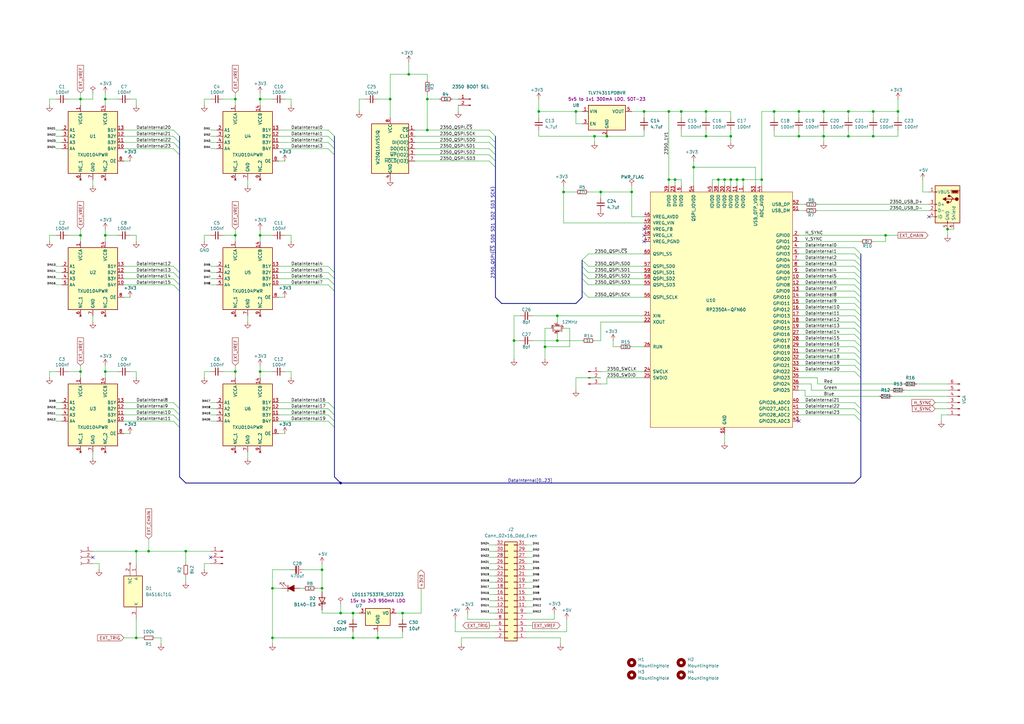
<source format=kicad_sch>
(kicad_sch (version 20250114) (generator "eeschema") (generator_version "9.0")
  (paper "A3")
  (lib_symbols
    (symbol "C97095"
      (property "Reference" "U" (at 0 22.701 0))
      (property "Value" "C97095" (at 0 21.701 0))
      (symbol "C97095_1_0"
        (pin unspecified line (at -7.62 19.05 0) (length 2.54) (name "1") (number "~"))
        (pin unspecified line (at -7.62 16.51 0) (length 2.54) (name "3") (number "~"))
        (pin unspecified line (at -7.62 13.97 0) (length 2.54) (name "5") (number "~"))
        (pin unspecified line (at -7.62 11.43 0) (length 2.54) (name "7") (number "~"))
        (pin unspecified line (at -7.62 8.89 0) (length 2.54) (name "9") (number "~"))
        (pin unspecified line (at -7.62 6.35 0) (length 2.54) (name "11") (number "~"))
        (pin unspecified line (at -7.62 3.81 0) (length 2.54) (name "13") (number "~"))
        (pin unspecified line (at -7.62 1.27 0) (length 2.54) (name "15") (number "~"))
        (pin unspecified line (at -7.62 -1.27 0) (length 2.54) (name "17") (number "~"))
        (pin unspecified line (at -7.62 -3.81 0) (length 2.54) (name "19") (number "~"))
        (pin unspecified line (at -7.62 -6.35 0) (length 2.54) (name "21") (number "~"))
        (pin unspecified line (at -7.62 -8.89 0) (length 2.54) (name "23") (number "~"))
        (pin unspecified line (at -7.62 -11.43 0) (length 2.54) (name "25") (number "~"))
        (pin unspecified line (at -7.62 -13.97 0) (length 2.54) (name "27") (number "~"))
        (pin unspecified line (at -7.62 -16.51 0) (length 2.54) (name "29") (number "~"))
        (pin unspecified line (at -7.62 -19.05 0) (length 2.54) (name "31") (number "~"))
        (pin unspecified line (at 7.62 19.05 180) (length 2.54) (name "2") (number "~"))
        (pin unspecified line (at 7.62 16.51 180) (length 2.54) (name "4") (number "~"))
        (pin unspecified line (at 7.62 13.97 180) (length 2.54) (name "6") (number "~"))
        (pin unspecified line (at 7.62 11.43 180) (length 2.54) (name "8") (number "~"))
        (pin unspecified line (at 7.62 8.89 180) (length 2.54) (name "10") (number "~"))
        (pin unspecified line (at 7.62 6.35 180) (length 2.54) (name "12") (number "~"))
        (pin unspecified line (at 7.62 3.81 180) (length 2.54) (name "14") (number "~"))
        (pin unspecified line (at 7.62 1.27 180) (length 2.54) (name "16") (number "~"))
        (pin unspecified line (at 7.62 -1.27 180) (length 2.54) (name "18") (number "~"))
        (pin unspecified line (at 7.62 -3.81 180) (length 2.54) (name "20") (number "~"))
        (pin unspecified line (at 7.62 -6.35 180) (length 2.54) (name "22") (number "~"))
        (pin unspecified line (at 7.62 -8.89 180) (length 2.54) (name "24") (number "~"))
        (pin unspecified line (at 7.62 -11.43 180) (length 2.54) (name "26") (number "~"))
        (pin unspecified line (at 7.62 -13.97 180) (length 2.54) (name "28") (number "~"))
        (pin unspecified line (at 7.62 -16.51 180) (length 2.54) (name "30") (number "~"))
        (pin unspecified line (at 7.62 -19.05 180) (length 2.54) (name "32") (number "~"))
      )
    )
    (symbol "Connector:Conn_01x02_Pin" (pin_names (offset 1.016) (hide yes))
      (property "Reference" "J" (at 0 2.54 0))
      (property "Value" "Conn_01x02_Pin" (at 0 -5.08 0))
      (symbol "Conn_01x02_Pin_1_1"
        (pin passive line (at 5.08 0 180) (length 3.81) (name "Pin_1") (number "1"))
        (pin passive line (at 5.08 -2.54 180) (length 3.81) (name "Pin_2") (number "2"))
      )
    )
    (symbol "Connector:Conn_01x03_Pin" (pin_names (offset 1.016) (hide yes))
      (property "Reference" "J" (at 0 5.08 0))
      (property "Value" "Conn_01x03_Pin" (at 0 -5.08 0))
      (symbol "Conn_01x03_Pin_1_1"
        (pin passive line (at 5.08 2.54 180) (length 3.81) (name "Pin_1") (number "1"))
        (pin passive line (at 5.08 0 180) (length 3.81) (name "Pin_2") (number "2"))
        (pin passive line (at 5.08 -2.54 180) (length 3.81) (name "Pin_3") (number "3"))
      )
    )
    (symbol "Connector:Conn_01x03_Socket" (pin_names (offset 1.016) (hide yes))
      (property "Reference" "J" (at 0 5.08 0))
      (property "Value" "Conn_01x03_Socket" (at 0 -5.08 0))
      (symbol "Conn_01x03_Socket_1_1"
        (pin passive line (at -5.08 2.54 0) (length 3.81) (name "Pin_1") (number "1"))
        (pin passive line (at -5.08 0 0) (length 3.81) (name "Pin_2") (number "2"))
        (pin passive line (at -5.08 -2.54 0) (length 3.81) (name "Pin_3") (number "3"))
      )
    )
    (symbol "Connector:Conn_01x06_Pin" (pin_names (offset 1.016) (hide yes))
      (property "Reference" "J" (at 0 7.62 0))
      (property "Value" "Conn_01x06_Pin" (at 0 -10.16 0))
      (symbol "Conn_01x06_Pin_1_1"
        (pin passive line (at 5.08 5.08 180) (length 3.81) (name "Pin_1") (number "1"))
        (pin passive line (at 5.08 2.54 180) (length 3.81) (name "Pin_2") (number "2"))
        (pin passive line (at 5.08 0 180) (length 3.81) (name "Pin_3") (number "3"))
        (pin passive line (at 5.08 -2.54 180) (length 3.81) (name "Pin_4") (number "4"))
        (pin passive line (at 5.08 -5.08 180) (length 3.81) (name "Pin_5") (number "5"))
        (pin passive line (at 5.08 -7.62 180) (length 3.81) (name "Pin_6") (number "6"))
      )
    )
    (symbol "Connector:USB_B_Micro" (pin_names (offset 1.016))
      (property "Reference" "J" (at -5.08 11.43 0))
      (property "Value" "USB_B_Micro" (at -5.08 8.89 0))
      (symbol "USB_B_Micro_1_1"
        (pin passive line (at -2.54 -10.16 90) (length 2.54) (name "Shield") (number "6"))
        (pin power_out line (at 0 -10.16 90) (length 2.54) (name "GND") (number "5"))
        (pin power_out line (at 7.62 5.08 180) (length 2.54) (name "VBUS") (number "1"))
        (pin bidirectional line (at 7.62 0 180) (length 2.54) (name "D+") (number "3"))
        (pin bidirectional line (at 7.62 -2.54 180) (length 2.54) (name "D-") (number "2"))
        (pin passive line (at 7.62 -5.08 180) (length 2.54) (name "ID") (number "4"))
      )
    )
    (symbol "Connector_Generic:Conn_02x16_Odd_Even" (pin_names (offset 1.016) (hide yes))
      (property "Reference" "J" (at 1.27 20.32 0))
      (property "Value" "Conn_02x16_Odd_Even" (at 1.27 -22.86 0))
      (symbol "Conn_02x16_Odd_Even_1_1"
        (pin passive line (at -5.08 17.78 0) (length 3.81) (name "Pin_1") (number "1"))
        (pin passive line (at -5.08 15.24 0) (length 3.81) (name "Pin_3") (number "3"))
        (pin passive line (at -5.08 12.7 0) (length 3.81) (name "Pin_5") (number "5"))
        (pin passive line (at -5.08 10.16 0) (length 3.81) (name "Pin_7") (number "7"))
        (pin passive line (at -5.08 7.62 0) (length 3.81) (name "Pin_9") (number "9"))
        (pin passive line (at -5.08 5.08 0) (length 3.81) (name "Pin_11") (number "11"))
        (pin passive line (at -5.08 2.54 0) (length 3.81) (name "Pin_13") (number "13"))
        (pin passive line (at -5.08 0 0) (length 3.81) (name "Pin_15") (number "15"))
        (pin passive line (at -5.08 -2.54 0) (length 3.81) (name "Pin_17") (number "17"))
        (pin passive line (at -5.08 -5.08 0) (length 3.81) (name "Pin_19") (number "19"))
        (pin passive line (at -5.08 -7.62 0) (length 3.81) (name "Pin_21") (number "21"))
        (pin passive line (at -5.08 -10.16 0) (length 3.81) (name "Pin_23") (number "23"))
        (pin passive line (at -5.08 -12.7 0) (length 3.81) (name "Pin_25") (number "25"))
        (pin passive line (at -5.08 -15.24 0) (length 3.81) (name "Pin_27") (number "27"))
        (pin passive line (at -5.08 -17.78 0) (length 3.81) (name "Pin_29") (number "29"))
        (pin passive line (at -5.08 -20.32 0) (length 3.81) (name "Pin_31") (number "31"))
        (pin passive line (at 7.62 17.78 180) (length 3.81) (name "Pin_2") (number "2"))
        (pin passive line (at 7.62 15.24 180) (length 3.81) (name "Pin_4") (number "4"))
        (pin passive line (at 7.62 12.7 180) (length 3.81) (name "Pin_6") (number "6"))
        (pin passive line (at 7.62 10.16 180) (length 3.81) (name "Pin_8") (number "8"))
        (pin passive line (at 7.62 7.62 180) (length 3.81) (name "Pin_10") (number "10"))
        (pin passive line (at 7.62 5.08 180) (length 3.81) (name "Pin_12") (number "12"))
        (pin passive line (at 7.62 2.54 180) (length 3.81) (name "Pin_14") (number "14"))
        (pin passive line (at 7.62 0 180) (length 3.81) (name "Pin_16") (number "16"))
        (pin passive line (at 7.62 -2.54 180) (length 3.81) (name "Pin_18") (number "18"))
        (pin passive line (at 7.62 -5.08 180) (length 3.81) (name "Pin_20") (number "20"))
        (pin passive line (at 7.62 -7.62 180) (length 3.81) (name "Pin_22") (number "22"))
        (pin passive line (at 7.62 -10.16 180) (length 3.81) (name "Pin_24") (number "24"))
        (pin passive line (at 7.62 -12.7 180) (length 3.81) (name "Pin_26") (number "26"))
        (pin passive line (at 7.62 -15.24 180) (length 3.81) (name "Pin_28") (number "28"))
        (pin passive line (at 7.62 -17.78 180) (length 3.81) (name "Pin_30") (number "30"))
        (pin passive line (at 7.62 -20.32 180) (length 3.81) (name "Pin_32") (number "32"))
      )
    )
    (symbol "DZ254W_11_03_65"
      (property "Reference" "U" (at 0 6.191 0))
      (property "Value" "DZ254W_11_03_65" (at 0 5.191 0))
      (symbol "DZ254W_11_03_65_1_0"
        (pin unspecified line (at -5.08 2.54 0) (length 2.54) (name "1") (number "~"))
        (pin unspecified line (at -5.08 0 0) (length 2.54) (name "2") (number "~"))
        (pin unspecified line (at -5.08 -2.54 0) (length 2.54) (name "3") (number "~"))
      )
    )
    (symbol "Dave:W25Q16JVSSIQ" (pin_names (offset 0.002))
      (property "Reference" "U" (at 6.35 11.43 0))
      (property "Value" "W25Q16JVSSIQ" (at -11.176 12.446 0))
      (symbol "W25Q16JVSSIQ_1_1"
        (pin power_in line (at 0 12.7 270) (length 2.54) (name "VCC") (number "8"))
        (pin power_in line (at 0 -12.7 90) (length 2.54) (name "GND") (number "4"))
        (pin input line (at 10.16 7.62 180) (length 2.54) (name "~{CS}") (number "1"))
        (pin input line (at 10.16 5.08 180) (length 2.54) (name "CLK") (number "6"))
        (pin bidirectional line (at 10.16 2.54 180) (length 2.54) (name "DI(IO0)") (number "5"))
        (pin bidirectional line (at 10.16 0 180) (length 2.54) (name "DO(IO1)") (number "2"))
        (pin bidirectional line (at 10.16 -2.54 180) (length 2.54) (name "~{WP}(IO2)") (number "3"))
        (pin bidirectional line (at 10.16 -5.08 180) (length 2.54) (name "~{HOLD}(IO3)") (number "7"))
      )
    )
    (symbol "Device:C_Polarized_Small" (pin_numbers (hide yes)) (pin_names (offset 0.254) (hide yes))
      (property "Reference" "C" (at 0.254 1.778 0))
      (property "Value" "C_Polarized_Small" (at 0.254 -2.032 0))
      (symbol "C_Polarized_Small_1_1"
        (pin passive line (at 0 2.54 270) (length 1.8542) (name "~") (number "1"))
        (pin passive line (at 0 -2.54 90) (length 1.8542) (name "~") (number "2"))
      )
    )
    (symbol "Device:C_Small" (pin_numbers (hide yes)) (pin_names (offset 0.254) (hide yes))
      (property "Reference" "C" (at 0.254 1.778 0))
      (property "Value" "C_Small" (at 0.254 -2.032 0))
      (symbol "C_Small_1_1"
        (pin passive line (at 0 2.54 270) (length 2.032) (name "~") (number "1"))
        (pin passive line (at 0 -2.54 90) (length 2.032) (name "~") (number "2"))
      )
    )
    (symbol "Device:Crystal_GND24_Small" (pin_names (offset 1.016) (hide yes))
      (property "Reference" "Y" (at 1.27 4.445 0))
      (property "Value" "Crystal_GND24_Small" (at 1.27 2.54 0))
      (symbol "Crystal_GND24_Small_1_1"
        (pin passive line (at -2.54 0 0) (length 1.27) (name "1") (number "1"))
        (pin passive line (at 0 2.54 270) (length 0.635) (name "4") (number "4"))
        (pin passive line (at 0 -2.54 90) (length 0.635) (name "2") (number "2"))
        (pin passive line (at 2.54 0 180) (length 1.27) (name "3") (number "3"))
      )
    )
    (symbol "Device:LED_Filled" (pin_numbers (hide yes)) (pin_names (offset 1.016) (hide yes))
      (property "Reference" "D" (at 0 2.54 0))
      (property "Value" "LED_Filled" (at 0 -2.54 0))
      (symbol "LED_Filled_1_1"
        (pin passive line (at -3.81 0 0) (length 2.54) (name "K") (number "1"))
        (pin passive line (at 3.81 0 180) (length 2.54) (name "A") (number "2"))
      )
    )
    (symbol "Device:R_Small" (pin_numbers (hide yes)) (pin_names (offset 0.254) (hide yes))
      (property "Reference" "R" (at 0.762 0.508 0))
      (property "Value" "R_Small" (at 0.762 -1.016 0))
      (symbol "R_Small_1_1"
        (pin passive line (at 0 2.54 270) (length 0.762) (name "~") (number "1"))
        (pin passive line (at 0 -2.54 90) (length 0.762) (name "~") (number "2"))
      )
    )
    (symbol "Diode:B140-E3" (pin_numbers (hide yes)) (pin_names (hide yes))
      (property "Reference" "D" (at 0 2.54 0))
      (property "Value" "B140-E3" (at 0 -2.54 0))
      (symbol "B140-E3_1_1"
        (pin passive line (at -3.81 0 0) (length 2.54) (name "K") (number "1"))
        (pin passive line (at 3.81 0 180) (length 2.54) (name "A") (number "2"))
      )
    )
    (symbol "LL4148_C435829"
      (property "Reference" "U" (at 0 3.524 0))
      (property "Value" "LL4148_C435829" (at 0 2.524 0))
      (symbol "LL4148_C435829_1_0"
        (pin unspecified line (at -5.08 0 0) (length 3.81) (name "C") (number "~"))
        (pin unspecified line (at 5.08 0 180) (length 3.81) (name "A") (number "~"))
      )
    )
    (symbol "MCU_RaspberryPi_and_Boards:RP2350A-QFN60" (pin_names (offset 1.016))
      (property "Reference" "U" (at 0 -1.27 0))
      (property "Value" "RP2350A-QFN60" (at 0 1.27 0))
      (symbol "RP2350A-QFN60_1_0"
        (pin passive line (at 0 -53.34 90) (length 2.54) (name "GND") (number "61"))
      )
      (symbol "RP2350A-QFN60_1_1"
        (pin power_in line (at -33.02 35.56 0) (length 2.54) (name "VREG_AVDD") (number "46"))
        (pin power_in line (at -33.02 33.02 0) (length 2.54) (name "VREG_VIN") (number "49"))
        (pin power_in line (at -33.02 30.48 0) (length 2.54) (name "VREG_FB") (number "50"))
        (pin power_out line (at -33.02 27.94 0) (length 2.54) (name "VREG_LX") (number "48"))
        (pin input line (at -33.02 25.4 0) (length 2.54) (name "VREG_PGND") (number "47"))
        (pin bidirectional line (at -33.02 20.32 0) (length 2.54) (name "QSPI_SS") (number "60"))
        (pin bidirectional line (at -33.02 15.24 0) (length 2.54) (name "QSPI_SD0") (number "57"))
        (pin bidirectional line (at -33.02 12.7 0) (length 2.54) (name "QSPI_SD1") (number "59"))
        (pin bidirectional line (at -33.02 10.16 0) (length 2.54) (name "QSPI_SD2") (number "58"))
        (pin bidirectional line (at -33.02 7.62 0) (length 2.54) (name "QSPI_SD3") (number "55"))
        (pin bidirectional line (at -33.02 2.54 0) (length 2.54) (name "QSPI_SCLK") (number "56"))
        (pin input line (at -33.02 -5.08 0) (length 2.54) (name "XIN") (number "21"))
        (pin output line (at -33.02 -7.62 0) (length 2.54) (name "XOUT") (number "22"))
        (pin input line (at -33.02 -17.78 0) (length 2.54) (name "RUN") (number "26"))
        (pin input line (at -33.02 -27.94 0) (length 2.54) (name "SWCLK") (number "24"))
        (pin bidirectional line (at -33.02 -30.48 0) (length 2.54) (name "SWDIO") (number "25"))
        (pin power_in line (at -22.86 48.26 270) (length 2.54) (name "DVDD") (number "39"))
        (pin power_in line (at -20.32 48.26 270) (length 2.54) (name "DVDD") (number "23"))
        (pin power_in line (at -17.78 48.26 270) (length 2.54) (name "DVDD") (number "6"))
        (pin power_in line (at -12.7 48.26 270) (length 2.54) (name "QSPI_IOVDD") (number "54"))
        (pin power_in line (at -5.08 48.26 270) (length 2.54) (name "IOVDD") (number "45"))
        (pin power_in line (at -2.54 48.26 270) (length 2.54) (name "IOVDD") (number "38"))
        (pin power_in line (at 0 48.26 270) (length 2.54) (name "IOVDD") (number "30"))
        (pin power_in line (at 2.54 48.26 270) (length 2.54) (name "IOVDD") (number "20"))
        (pin power_in line (at 5.08 48.26 270) (length 2.54) (name "IOVDD") (number "11"))
        (pin power_in line (at 7.62 48.26 270) (length 2.54) (name "IOVDD") (number "1"))
        (pin power_in line (at 12.7 48.26 270) (length 2.54) (name "USB_OTP_VDD") (number "53"))
        (pin power_in line (at 15.24 48.26 270) (length 2.54) (name "ADC_AVDD") (number "44"))
        (pin bidirectional line (at 30.48 40.64 180) (length 2.54) (name "USB_DP") (number "52"))
        (pin bidirectional line (at 30.48 38.1 180) (length 2.54) (name "USB_DM") (number "51"))
        (pin bidirectional line (at 30.48 27.94 180) (length 2.54) (name "GPIO0") (number "2"))
        (pin bidirectional line (at 30.48 25.4 180) (length 2.54) (name "GPIO1") (number "3"))
        (pin bidirectional line (at 30.48 22.86 180) (length 2.54) (name "GPIO2") (number "4"))
        (pin bidirectional line (at 30.48 20.32 180) (length 2.54) (name "GPIO3") (number "5"))
        (pin bidirectional line (at 30.48 17.78 180) (length 2.54) (name "GPIO4") (number "7"))
        (pin bidirectional line (at 30.48 15.24 180) (length 2.54) (name "GPIO5") (number "8"))
        (pin bidirectional line (at 30.48 12.7 180) (length 2.54) (name "GPIO6") (number "9"))
        (pin bidirectional line (at 30.48 10.16 180) (length 2.54) (name "GPIO7") (number "10"))
        (pin bidirectional line (at 30.48 7.62 180) (length 2.54) (name "GPIO8") (number "12"))
        (pin bidirectional line (at 30.48 5.08 180) (length 2.54) (name "GPIO9") (number "13"))
        (pin bidirectional line (at 30.48 2.54 180) (length 2.54) (name "GPIO10") (number "14"))
        (pin bidirectional line (at 30.48 0 180) (length 2.54) (name "GPIO11") (number "15"))
        (pin bidirectional line (at 30.48 -2.54 180) (length 2.54) (name "GPIO12") (number "16"))
        (pin bidirectional line (at 30.48 -5.08 180) (length 2.54) (name "GPIO13") (number "17"))
        (pin bidirectional line (at 30.48 -7.62 180) (length 2.54) (name "GPIO14") (number "18"))
        (pin bidirectional line (at 30.48 -10.16 180) (length 2.54) (name "GPIO15") (number "19"))
        (pin bidirectional line (at 30.48 -12.7 180) (length 2.54) (name "GPIO16") (number "27"))
        (pin bidirectional line (at 30.48 -15.24 180) (length 2.54) (name "GPIO17") (number "28"))
        (pin bidirectional line (at 30.48 -17.78 180) (length 2.54) (name "GPIO18") (number "29"))
        (pin bidirectional line (at 30.48 -20.32 180) (length 2.54) (name "GPIO19") (number "31"))
        (pin bidirectional line (at 30.48 -22.86 180) (length 2.54) (name "GPIO20") (number "32"))
        (pin bidirectional line (at 30.48 -25.4 180) (length 2.54) (name "GPIO21") (number "33"))
        (pin bidirectional line (at 30.48 -27.94 180) (length 2.54) (name "GPIO22") (number "34"))
        (pin bidirectional line (at 30.48 -30.48 180) (length 2.54) (name "GPIO23") (number "35"))
        (pin bidirectional line (at 30.48 -33.02 180) (length 2.54) (name "GPIO24") (number "36"))
        (pin bidirectional line (at 30.48 -35.56 180) (length 2.54) (name "GPIO25") (number "37"))
        (pin bidirectional line (at 30.48 -40.64 180) (length 2.54) (name "GPIO26_ADC0") (number "40"))
        (pin bidirectional line (at 30.48 -43.18 180) (length 2.54) (name "GPIO27_ADC1") (number "41"))
        (pin bidirectional line (at 30.48 -45.72 180) (length 2.54) (name "GPIO28_ADC2") (number "42"))
        (pin bidirectional line (at 30.48 -48.26 180) (length 2.54) (name "GPIO29_ADC3") (number "43"))
      )
    )
    (symbol "Mechanical:MountingHole" (pin_names (offset 1.016))
      (property "Reference" "H" (at 0 5.08 0))
      (property "Value" "MountingHole" (at 0 3.175 0))
    )
    (symbol "PICO"
      (property "Reference" "U" (at 0 29.0511 0))
      (property "Value" "PICO" (at 0 28.0511 0))
      (symbol "PICO_1_0"
        (pin unspecified line (at -15.24 25.4 0) (length 2.54) (name "GP0") (number "~"))
        (pin unspecified line (at -15.24 22.86 0) (length 2.54) (name "GP1") (number "~"))
        (pin unspecified line (at -15.24 20.32 0) (length 2.54) (name "GND0") (number "~"))
        (pin unspecified line (at -15.24 17.78 0) (length 2.54) (name "GP2") (number "~"))
        (pin unspecified line (at -15.24 15.24 0) (length 2.54) (name "GP3") (number "~"))
        (pin unspecified line (at -15.24 12.7 0) (length 2.54) (name "GP4") (number "~"))
        (pin unspecified line (at -15.24 10.16 0) (length 2.54) (name "GP5") (number "~"))
        (pin unspecified line (at -15.24 7.62 0) (length 2.54) (name "GND1") (number "~"))
        (pin unspecified line (at -15.24 5.08 0) (length 2.54) (name "GP6") (number "~"))
        (pin unspecified line (at -15.24 2.54 0) (length 2.54) (name "GP7") (number "~"))
        (pin unspecified line (at -15.24 0 0) (length 2.54) (name "GP8") (number "~"))
        (pin unspecified line (at -15.24 -2.54 0) (length 2.54) (name "GP9") (number "~"))
        (pin unspecified line (at -15.24 -5.08 0) (length 2.54) (name "GND2") (number "~"))
        (pin unspecified line (at -15.24 -7.62 0) (length 2.54) (name "GP10") (number "~"))
        (pin unspecified line (at -15.24 -10.16 0) (length 2.54) (name "GP11") (number "~"))
        (pin unspecified line (at -15.24 -12.7 0) (length 2.54) (name "GP12") (number "~"))
        (pin unspecified line (at -15.24 -15.24 0) (length 2.54) (name "GP13") (number "~"))
        (pin unspecified line (at -15.24 -17.78 0) (length 2.54) (name "GND3") (number "~"))
        (pin unspecified line (at -15.24 -20.32 0) (length 2.54) (name "GP14") (number "~"))
        (pin unspecified line (at -15.24 -22.86 0) (length 2.54) (name "GP15") (number "~"))
        (pin unspecified line (at -2.54 -27.94 90) (length 2.54) (name "SWCLK") (number "~"))
        (pin unspecified line (at 0 -27.94 90) (length 2.54) (name "GND8") (number "~"))
        (pin unspecified line (at 2.54 -27.94 90) (length 2.54) (name "SWDIO") (number "~"))
        (pin unspecified line (at 15.24 25.4 180) (length 2.54) (name "VBUS") (number "~"))
        (pin unspecified line (at 15.24 22.86 180) (length 2.54) (name "VSYS") (number "~"))
        (pin unspecified line (at 15.24 20.32 180) (length 2.54) (name "GND7") (number "~"))
        (pin unspecified line (at 15.24 17.78 180) (length 2.54) (name "P_3V3_EN") (number "~"))
        (pin unspecified line (at 15.24 15.24 180) (length 2.54) (name "P_3V3_OUT") (number "~"))
        (pin unspecified line (at 15.24 12.7 180) (length 2.54) (name "ADC_VREF") (number "~"))
        (pin unspecified line (at 15.24 10.16 180) (length 2.54) (name "GP28") (number "~"))
        (pin unspecified line (at 15.24 7.62 180) (length 2.54) (name "GND6") (number "~"))
        (pin unspecified line (at 15.24 5.08 180) (length 2.54) (name "GP27") (number "~"))
        (pin unspecified line (at 15.24 2.54 180) (length 2.54) (name "GP26") (number "~"))
        (pin unspecified line (at 15.24 0 180) (length 2.54) (name "RUN") (number "~"))
        (pin unspecified line (at 15.24 -2.54 180) (length 2.54) (name "GP22") (number "~"))
        (pin unspecified line (at 15.24 -5.08 180) (length 2.54) (name "GND5") (number "~"))
        (pin unspecified line (at 15.24 -7.62 180) (length 2.54) (name "GP21") (number "~"))
        (pin unspecified line (at 15.24 -10.16 180) (length 2.54) (name "GP20") (number "~"))
        (pin unspecified line (at 15.24 -12.7 180) (length 2.54) (name "GP19") (number "~"))
        (pin unspecified line (at 15.24 -15.24 180) (length 2.54) (name "GP18") (number "~"))
        (pin unspecified line (at 15.24 -17.78 180) (length 2.54) (name "GND4") (number "~"))
        (pin unspecified line (at 15.24 -20.32 180) (length 2.54) (name "GP17") (number "~"))
        (pin unspecified line (at 15.24 -22.86 180) (length 2.54) (name "GP16") (number "~"))
      )
    )
    (symbol "PM254_1_03_W_8_5"
      (property "Reference" "U" (at 0 6.191 0))
      (property "Value" "PM254_1_03_W_8_5" (at 0 5.191 0))
      (symbol "PM254_1_03_W_8_5_1_0"
        (pin unspecified line (at -5.08 2.54 0) (length 2.54) (name "1") (number "~"))
        (pin unspecified line (at -5.08 0 0) (length 2.54) (name "2") (number "~"))
        (pin unspecified line (at -5.08 -2.54 0) (length 2.54) (name "3") (number "~"))
      )
    )
    (symbol "PWR_FLAG_1" (power) (pin_numbers (hide yes)) (pin_names (offset 0) (hide yes))
      (property "Value" "PWR_FLAG" (at 0 3.81 0))
      (symbol "PWR_FLAG_1_0_0"
        (pin power_out line (at 0 0 90) (length 0) (name "~") (number "1"))
      )
    )
    (symbol "Regulator_Linear:LD1117S33TR_SOT223"
      (property "Reference" "U" (at -3.81 3.175 0))
      (property "Value" "LD1117S33TR_SOT223" (at 0 3.175 0))
      (symbol "LD1117S33TR_SOT223_1_1"
        (pin power_in line (at -7.62 0 0) (length 2.54) (name "VI") (number "3"))
        (pin power_in line (at 0 -7.62 90) (length 2.54) (name "GND") (number "1"))
        (pin power_out line (at 7.62 0 180) (length 2.54) (name "VO") (number "2"))
      )
    )
    (symbol "Regulator_Linear:MIC5504-1.2YM5"
      (property "Reference" "U" (at -7.62 8.89 0))
      (property "Value" "MIC5504-1.2YM5" (at -7.62 6.35 0))
      (symbol "MIC5504-1.2YM5_1_1"
        (pin power_in line (at -10.16 2.54 0) (length 2.54) (name "VIN") (number "1"))
        (pin input line (at -10.16 -2.54 0) (length 2.54) (name "EN") (number "3"))
        (pin power_in line (at 0 -7.62 90) (length 2.54) (name "GND") (number "2"))
        (pin no_connect line (at 7.62 -2.54 180) (length 2.54) (hide yes) (name "NC") (number "4"))
        (pin power_out line (at 10.16 2.54 180) (length 2.54) (name "VOUT") (number "5"))
      )
    )
    (symbol "SK_13D01_G030"
      (property "Reference" "U" (at 0 7.08 0))
      (property "Value" "SK_13D01_G030" (at 0 6.08 0))
      (symbol "SK_13D01_G030_1_0"
        (pin unspecified line (at -5.08 7.62 270) (length 2.54) (name "6") (number "~"))
        (pin unspecified line (at -5.08 -5.08 90) (length 2.54) (name "1") (number "~"))
        (pin unspecified line (at 0 -5.08 90) (length 2.54) (name "2") (number "~"))
        (pin unspecified line (at 2.54 -5.08 90) (length 2.54) (name "3") (number "~"))
        (pin unspecified line (at 5.08 7.62 270) (length 2.54) (name "5") (number "~"))
        (pin unspecified line (at 5.08 -5.08 90) (length 2.54) (name "4") (number "~"))
      )
    )
    (symbol "SamacSys_Parts:BAS16LT1G"
      (property "Reference" "D" (at 19.05 7.62 0))
      (property "Value" "BAS16LT1G" (at 19.05 5.08 0))
      (symbol "BAS16LT1G_1_1"
        (pin passive line (at 0 0 0) (length 5.08) (name "A") (number "1"))
        (pin no_connect line (at 0 -2.54 0) (length 5.08) (name "NC") (number "2"))
        (pin passive line (at 22.86 0 180) (length 5.08) (name "K") (number "3"))
      )
    )
    (symbol "SamacSys_Parts:TXU0104PWR"
      (property "Reference" "IC" (at 24.13 7.62 0))
      (property "Value" "TXU0104PWR" (at 24.13 5.08 0))
      (symbol "TXU0104PWR_1_1"
        (pin input line (at 0 0 0) (length 2.54) (name "A1") (number "2"))
        (pin input line (at 0 -2.54 0) (length 2.54) (name "A2") (number "3"))
        (pin input line (at 0 -5.08 0) (length 2.54) (name "A3") (number "4"))
        (pin input line (at 0 -7.62 0) (length 2.54) (name "A4") (number "5"))
        (pin power_in line (at 7.62 10.16 270) (length 2.54) (name "VCCA") (number "1"))
        (pin no_connect line (at 7.62 -20.32 90) (length 2.54) (name "NC_1") (number "6"))
        (pin power_in line (at 12.7 -20.32 90) (length 2.54) (name "GND") (number "7"))
        (pin power_in line (at 17.78 10.16 270) (length 2.54) (name "VCCB") (number "14"))
        (pin no_connect line (at 17.78 -20.32 90) (length 2.54) (name "NC_2") (number "9"))
        (pin output line (at 25.4 0 180) (length 2.54) (name "B1Y") (number "13"))
        (pin output line (at 25.4 -2.54 180) (length 2.54) (name "B2Y") (number "12"))
        (pin output line (at 25.4 -5.08 180) (length 2.54) (name "B3Y") (number "11"))
        (pin output line (at 25.4 -7.62 180) (length 2.54) (name "B4Y") (number "10"))
        (pin input line (at 25.4 -12.7 180) (length 2.54) (name "OE") (number "8"))
      )
    )
    (symbol "TXU0104PWR"
      (property "Reference" "U" (at 0 11.271 0))
      (property "Value" "TXU0104PWR" (at 0 10.271 0))
      (symbol "TXU0104PWR_1_0"
        (pin unspecified line (at -11.43 7.62 0) (length 2.54) (name "VCCA") (number "~"))
        (pin unspecified line (at -11.43 5.08 0) (length 2.54) (name "A1") (number "~"))
        (pin unspecified line (at -11.43 2.54 0) (length 2.54) (name "A2") (number "~"))
        (pin unspecified line (at -11.43 0 0) (length 2.54) (name "A3") (number "~"))
        (pin unspecified line (at -11.43 -2.54 0) (length 2.54) (name "A4") (number "~"))
        (pin unspecified line (at -11.43 -5.08 0) (length 2.54) (name "NC0") (number "~"))
        (pin unspecified line (at -11.43 -7.62 0) (length 2.54) (name "GND") (number "~"))
        (pin unspecified line (at 11.43 7.62 180) (length 2.54) (name "VCCB") (number "~"))
        (pin unspecified line (at 11.43 5.08 180) (length 2.54) (name "B1Y") (number "~"))
        (pin unspecified line (at 11.43 2.54 180) (length 2.54) (name "B2Y") (number "~"))
        (pin unspecified line (at 11.43 0 180) (length 2.54) (name "B3Y") (number "~"))
        (pin unspecified line (at 11.43 -2.54 180) (length 2.54) (name "B4Y") (number "~"))
        (pin unspecified line (at 11.43 -5.08 180) (length 2.54) (name "NC1") (number "~"))
        (pin unspecified line (at 11.43 -7.62 180) (length 2.54) (name "OE") (number "~"))
      )
    )
    (symbol "TXU0104PWR_1"
      (property "Reference" "U" (at 0 11.271 0))
      (property "Value" "TXU0104PWR_1" (at 0 10.271 0))
      (symbol "TXU0104PWR_1_1_0"
        (pin unspecified line (at -11.43 7.62 0) (length 2.54) (name "VCCA") (number "~"))
        (pin unspecified line (at -11.43 5.08 0) (length 2.54) (name "A1") (number "~"))
        (pin unspecified line (at -11.43 2.54 0) (length 2.54) (name "A2") (number "~"))
        (pin unspecified line (at -11.43 0 0) (length 2.54) (name "A3") (number "~"))
        (pin unspecified line (at -11.43 -2.54 0) (length 2.54) (name "A4") (number "~"))
        (pin unspecified line (at -11.43 -5.08 0) (length 2.54) (name "NC0") (number "~"))
        (pin unspecified line (at -11.43 -7.62 0) (length 2.54) (name "GND") (number "~"))
        (pin unspecified line (at 11.43 7.62 180) (length 2.54) (name "VCCB") (number "~"))
        (pin unspecified line (at 11.43 5.08 180) (length 2.54) (name "B1Y") (number "~"))
        (pin unspecified line (at 11.43 2.54 180) (length 2.54) (name "B2Y") (number "~"))
        (pin unspecified line (at 11.43 0 180) (length 2.54) (name "B3Y") (number "~"))
        (pin unspecified line (at 11.43 -2.54 180) (length 2.54) (name "B4Y") (number "~"))
        (pin unspecified line (at 11.43 -5.08 180) (length 2.54) (name "NC1") (number "~"))
        (pin unspecified line (at 11.43 -7.62 180) (length 2.54) (name "OE") (number "~"))
      )
    )
    (symbol "TXU0104PWR_10"
      (property "Reference" "IC" (at 24.13 7.62 0))
      (property "Value" "TXU0104PWR" (at 24.13 5.08 0))
      (symbol "TXU0104PWR_10_1_1"
        (pin input line (at 0 0 0) (length 2.54) (name "A1") (number "2"))
        (pin input line (at 0 -2.54 0) (length 2.54) (name "A2") (number "3"))
        (pin input line (at 0 -5.08 0) (length 2.54) (name "A3") (number "4"))
        (pin input line (at 0 -7.62 0) (length 2.54) (name "A4") (number "5"))
        (pin power_in line (at 7.62 10.16 270) (length 2.54) (name "VCCA") (number "1"))
        (pin no_connect line (at 7.62 -20.32 90) (length 2.54) (name "NC_1") (number "6"))
        (pin power_in line (at 12.7 -20.32 90) (length 2.54) (name "GND") (number "7"))
        (pin power_in line (at 17.78 10.16 270) (length 2.54) (name "VCCB") (number "14"))
        (pin no_connect line (at 17.78 -20.32 90) (length 2.54) (name "NC_2") (number "9"))
        (pin output line (at 25.4 0 180) (length 2.54) (name "B1Y") (number "13"))
        (pin output line (at 25.4 -2.54 180) (length 2.54) (name "B2Y") (number "12"))
        (pin output line (at 25.4 -5.08 180) (length 2.54) (name "B3Y") (number "11"))
        (pin output line (at 25.4 -7.62 180) (length 2.54) (name "B4Y") (number "10"))
        (pin input line (at 25.4 -12.7 180) (length 2.54) (name "OE") (number "8"))
      )
    )
    (symbol "TXU0104PWR_2"
      (property "Reference" "U" (at 0 11.271 0))
      (property "Value" "TXU0104PWR_2" (at 0 10.271 0))
      (symbol "TXU0104PWR_2_1_0"
        (pin unspecified line (at -11.43 7.62 0) (length 2.54) (name "VCCA") (number "~"))
        (pin unspecified line (at -11.43 5.08 0) (length 2.54) (name "A1") (number "~"))
        (pin unspecified line (at -11.43 2.54 0) (length 2.54) (name "A2") (number "~"))
        (pin unspecified line (at -11.43 0 0) (length 2.54) (name "A3") (number "~"))
        (pin unspecified line (at -11.43 -2.54 0) (length 2.54) (name "A4") (number "~"))
        (pin unspecified line (at -11.43 -5.08 0) (length 2.54) (name "NC0") (number "~"))
        (pin unspecified line (at -11.43 -7.62 0) (length 2.54) (name "GND") (number "~"))
        (pin unspecified line (at 11.43 7.62 180) (length 2.54) (name "VCCB") (number "~"))
        (pin unspecified line (at 11.43 5.08 180) (length 2.54) (name "B1Y") (number "~"))
        (pin unspecified line (at 11.43 2.54 180) (length 2.54) (name "B2Y") (number "~"))
        (pin unspecified line (at 11.43 0 180) (length 2.54) (name "B3Y") (number "~"))
        (pin unspecified line (at 11.43 -2.54 180) (length 2.54) (name "B4Y") (number "~"))
        (pin unspecified line (at 11.43 -5.08 180) (length 2.54) (name "NC1") (number "~"))
        (pin unspecified line (at 11.43 -7.62 180) (length 2.54) (name "OE") (number "~"))
      )
    )
    (symbol "TXU0104PWR_3"
      (property "Reference" "U" (at 0 11.271 0))
      (property "Value" "TXU0104PWR_3" (at 0 10.271 0))
      (symbol "TXU0104PWR_3_1_0"
        (pin unspecified line (at -11.43 7.62 0) (length 2.54) (name "VCCA") (number "~"))
        (pin unspecified line (at -11.43 5.08 0) (length 2.54) (name "A1") (number "~"))
        (pin unspecified line (at -11.43 2.54 0) (length 2.54) (name "A2") (number "~"))
        (pin unspecified line (at -11.43 0 0) (length 2.54) (name "A3") (number "~"))
        (pin unspecified line (at -11.43 -2.54 0) (length 2.54) (name "A4") (number "~"))
        (pin unspecified line (at -11.43 -5.08 0) (length 2.54) (name "NC0") (number "~"))
        (pin unspecified line (at -11.43 -7.62 0) (length 2.54) (name "GND") (number "~"))
        (pin unspecified line (at 11.43 7.62 180) (length 2.54) (name "VCCB") (number "~"))
        (pin unspecified line (at 11.43 5.08 180) (length 2.54) (name "B1Y") (number "~"))
        (pin unspecified line (at 11.43 2.54 180) (length 2.54) (name "B2Y") (number "~"))
        (pin unspecified line (at 11.43 0 180) (length 2.54) (name "B3Y") (number "~"))
        (pin unspecified line (at 11.43 -2.54 180) (length 2.54) (name "B4Y") (number "~"))
        (pin unspecified line (at 11.43 -5.08 180) (length 2.54) (name "NC1") (number "~"))
        (pin unspecified line (at 11.43 -7.62 180) (length 2.54) (name "OE") (number "~"))
      )
    )
    (symbol "TXU0104PWR_4"
      (property "Reference" "U" (at 0 11.271 0))
      (property "Value" "TXU0104PWR_4" (at 0 10.271 0))
      (symbol "TXU0104PWR_4_1_0"
        (pin unspecified line (at -11.43 7.62 0) (length 2.54) (name "VCCA") (number "~"))
        (pin unspecified line (at -11.43 5.08 0) (length 2.54) (name "A1") (number "~"))
        (pin unspecified line (at -11.43 2.54 0) (length 2.54) (name "A2") (number "~"))
        (pin unspecified line (at -11.43 0 0) (length 2.54) (name "A3") (number "~"))
        (pin unspecified line (at -11.43 -2.54 0) (length 2.54) (name "A4") (number "~"))
        (pin unspecified line (at -11.43 -5.08 0) (length 2.54) (name "NC0") (number "~"))
        (pin unspecified line (at -11.43 -7.62 0) (length 2.54) (name "GND") (number "~"))
        (pin unspecified line (at 11.43 7.62 180) (length 2.54) (name "VCCB") (number "~"))
        (pin unspecified line (at 11.43 5.08 180) (length 2.54) (name "B1Y") (number "~"))
        (pin unspecified line (at 11.43 2.54 180) (length 2.54) (name "B2Y") (number "~"))
        (pin unspecified line (at 11.43 0 180) (length 2.54) (name "B3Y") (number "~"))
        (pin unspecified line (at 11.43 -2.54 180) (length 2.54) (name "B4Y") (number "~"))
        (pin unspecified line (at 11.43 -5.08 180) (length 2.54) (name "NC1") (number "~"))
        (pin unspecified line (at 11.43 -7.62 180) (length 2.54) (name "OE") (number "~"))
      )
    )
    (symbol "TXU0104PWR_5"
      (property "Reference" "U" (at 0 11.271 0))
      (property "Value" "TXU0104PWR_5" (at 0 10.271 0))
      (symbol "TXU0104PWR_5_1_0"
        (pin unspecified line (at -11.43 7.62 0) (length 2.54) (name "VCCA") (number "~"))
        (pin unspecified line (at -11.43 5.08 0) (length 2.54) (name "A1") (number "~"))
        (pin unspecified line (at -11.43 2.54 0) (length 2.54) (name "A2") (number "~"))
        (pin unspecified line (at -11.43 0 0) (length 2.54) (name "A3") (number "~"))
        (pin unspecified line (at -11.43 -2.54 0) (length 2.54) (name "A4") (number "~"))
        (pin unspecified line (at -11.43 -5.08 0) (length 2.54) (name "NC0") (number "~"))
        (pin unspecified line (at -11.43 -7.62 0) (length 2.54) (name "GND") (number "~"))
        (pin unspecified line (at 11.43 7.62 180) (length 2.54) (name "VCCB") (number "~"))
        (pin unspecified line (at 11.43 5.08 180) (length 2.54) (name "B1Y") (number "~"))
        (pin unspecified line (at 11.43 2.54 180) (length 2.54) (name "B2Y") (number "~"))
        (pin unspecified line (at 11.43 0 180) (length 2.54) (name "B3Y") (number "~"))
        (pin unspecified line (at 11.43 -2.54 180) (length 2.54) (name "B4Y") (number "~"))
        (pin unspecified line (at 11.43 -5.08 180) (length 2.54) (name "NC1") (number "~"))
        (pin unspecified line (at 11.43 -7.62 180) (length 2.54) (name "OE") (number "~"))
      )
    )
    (symbol "TXU0104PWR_6"
      (property "Reference" "IC" (at 24.13 7.62 0))
      (property "Value" "TXU0104PWR" (at 24.13 5.08 0))
      (symbol "TXU0104PWR_6_1_1"
        (pin input line (at 0 0 0) (length 2.54) (name "A1") (number "2"))
        (pin input line (at 0 -2.54 0) (length 2.54) (name "A2") (number "3"))
        (pin input line (at 0 -5.08 0) (length 2.54) (name "A3") (number "4"))
        (pin input line (at 0 -7.62 0) (length 2.54) (name "A4") (number "5"))
        (pin power_in line (at 7.62 10.16 270) (length 2.54) (name "VCCA") (number "1"))
        (pin no_connect line (at 7.62 -20.32 90) (length 2.54) (name "NC_1") (number "6"))
        (pin power_in line (at 12.7 -20.32 90) (length 2.54) (name "GND") (number "7"))
        (pin power_in line (at 17.78 10.16 270) (length 2.54) (name "VCCB") (number "14"))
        (pin no_connect line (at 17.78 -20.32 90) (length 2.54) (name "NC_2") (number "9"))
        (pin output line (at 25.4 0 180) (length 2.54) (name "B1Y") (number "13"))
        (pin output line (at 25.4 -2.54 180) (length 2.54) (name "B2Y") (number "12"))
        (pin output line (at 25.4 -5.08 180) (length 2.54) (name "B3Y") (number "11"))
        (pin output line (at 25.4 -7.62 180) (length 2.54) (name "B4Y") (number "10"))
        (pin input line (at 25.4 -12.7 180) (length 2.54) (name "OE") (number "8"))
      )
    )
    (symbol "TXU0104PWR_7"
      (property "Reference" "IC" (at 24.13 7.62 0))
      (property "Value" "TXU0104PWR" (at 24.13 5.08 0))
      (symbol "TXU0104PWR_7_1_1"
        (pin input line (at 0 0 0) (length 2.54) (name "A1") (number "2"))
        (pin input line (at 0 -2.54 0) (length 2.54) (name "A2") (number "3"))
        (pin input line (at 0 -5.08 0) (length 2.54) (name "A3") (number "4"))
        (pin input line (at 0 -7.62 0) (length 2.54) (name "A4") (number "5"))
        (pin power_in line (at 7.62 10.16 270) (length 2.54) (name "VCCA") (number "1"))
        (pin no_connect line (at 7.62 -20.32 90) (length 2.54) (name "NC_1") (number "6"))
        (pin power_in line (at 12.7 -20.32 90) (length 2.54) (name "GND") (number "7"))
        (pin power_in line (at 17.78 10.16 270) (length 2.54) (name "VCCB") (number "14"))
        (pin no_connect line (at 17.78 -20.32 90) (length 2.54) (name "NC_2") (number "9"))
        (pin output line (at 25.4 0 180) (length 2.54) (name "B1Y") (number "13"))
        (pin output line (at 25.4 -2.54 180) (length 2.54) (name "B2Y") (number "12"))
        (pin output line (at 25.4 -5.08 180) (length 2.54) (name "B3Y") (number "11"))
        (pin output line (at 25.4 -7.62 180) (length 2.54) (name "B4Y") (number "10"))
        (pin input line (at 25.4 -12.7 180) (length 2.54) (name "OE") (number "8"))
      )
    )
    (symbol "TXU0104PWR_8"
      (property "Reference" "IC" (at 24.13 7.62 0))
      (property "Value" "TXU0104PWR" (at 24.13 5.08 0))
      (symbol "TXU0104PWR_8_1_1"
        (pin input line (at 0 0 0) (length 2.54) (name "A1") (number "2"))
        (pin input line (at 0 -2.54 0) (length 2.54) (name "A2") (number "3"))
        (pin input line (at 0 -5.08 0) (length 2.54) (name "A3") (number "4"))
        (pin input line (at 0 -7.62 0) (length 2.54) (name "A4") (number "5"))
        (pin power_in line (at 7.62 10.16 270) (length 2.54) (name "VCCA") (number "1"))
        (pin no_connect line (at 7.62 -20.32 90) (length 2.54) (name "NC_1") (number "6"))
        (pin power_in line (at 12.7 -20.32 90) (length 2.54) (name "GND") (number "7"))
        (pin power_in line (at 17.78 10.16 270) (length 2.54) (name "VCCB") (number "14"))
        (pin no_connect line (at 17.78 -20.32 90) (length 2.54) (name "NC_2") (number "9"))
        (pin output line (at 25.4 0 180) (length 2.54) (name "B1Y") (number "13"))
        (pin output line (at 25.4 -2.54 180) (length 2.54) (name "B2Y") (number "12"))
        (pin output line (at 25.4 -5.08 180) (length 2.54) (name "B3Y") (number "11"))
        (pin output line (at 25.4 -7.62 180) (length 2.54) (name "B4Y") (number "10"))
        (pin input line (at 25.4 -12.7 180) (length 2.54) (name "OE") (number "8"))
      )
    )
    (symbol "TXU0104PWR_9"
      (property "Reference" "IC" (at 24.13 7.62 0))
      (property "Value" "TXU0104PWR" (at 24.13 5.08 0))
      (symbol "TXU0104PWR_9_1_1"
        (pin input line (at 0 0 0) (length 2.54) (name "A1") (number "2"))
        (pin input line (at 0 -2.54 0) (length 2.54) (name "A2") (number "3"))
        (pin input line (at 0 -5.08 0) (length 2.54) (name "A3") (number "4"))
        (pin input line (at 0 -7.62 0) (length 2.54) (name "A4") (number "5"))
        (pin power_in line (at 7.62 10.16 270) (length 2.54) (name "VCCA") (number "1"))
        (pin no_connect line (at 7.62 -20.32 90) (length 2.54) (name "NC_1") (number "6"))
        (pin power_in line (at 12.7 -20.32 90) (length 2.54) (name "GND") (number "7"))
        (pin power_in line (at 17.78 10.16 270) (length 2.54) (name "VCCB") (number "14"))
        (pin no_connect line (at 17.78 -20.32 90) (length 2.54) (name "NC_2") (number "9"))
        (pin output line (at 25.4 0 180) (length 2.54) (name "B1Y") (number "13"))
        (pin output line (at 25.4 -2.54 180) (length 2.54) (name "B2Y") (number "12"))
        (pin output line (at 25.4 -5.08 180) (length 2.54) (name "B3Y") (number "11"))
        (pin output line (at 25.4 -7.62 180) (length 2.54) (name "B4Y") (number "10"))
        (pin input line (at 25.4 -12.7 180) (length 2.54) (name "OE") (number "8"))
      )
    )
    (symbol "capacitor_sym"
      (property "Reference" "U" (at 1.27 1.27 0))
      (property "Value" "capacitor_sym" (at 1.27 -1.27 0))
      (symbol "capacitor_sym_1_0"
        (pin unspecified line (at 0 2.54 270) (length 0) (name "1") (number "~"))
        (pin unspecified line (at 0 -2.54 90) (length 0) (name "2") (number "~"))
      )
    )
    (symbol "capacitor_sym_1"
      (property "Reference" "U" (at 1.27 1.27 0))
      (property "Value" "capacitor_sym_1" (at 1.27 -1.27 0))
      (symbol "capacitor_sym_1_1_0"
        (pin unspecified line (at 0 2.54 270) (length 0) (name "1") (number "~"))
        (pin unspecified line (at 0 -2.54 90) (length 0) (name "2") (number "~"))
      )
    )
    (symbol "capacitor_sym_10"
      (property "Reference" "U" (at 1.27 1.27 0))
      (property "Value" "capacitor_sym_10" (at 1.27 -1.27 0))
      (symbol "capacitor_sym_10_1_0"
        (pin unspecified line (at 0 2.54 270) (length 0) (name "1") (number "~"))
        (pin unspecified line (at 0 -2.54 90) (length 0) (name "2") (number "~"))
      )
    )
    (symbol "capacitor_sym_11"
      (property "Reference" "U" (at 1.27 1.27 0))
      (property "Value" "capacitor_sym_11" (at 1.27 -1.27 0))
      (symbol "capacitor_sym_11_1_0"
        (pin unspecified line (at 0 2.54 270) (length 0) (name "1") (number "~"))
        (pin unspecified line (at 0 -2.54 90) (length 0) (name "2") (number "~"))
      )
    )
    (symbol "capacitor_sym_2"
      (property "Reference" "U" (at 1.27 1.27 0))
      (property "Value" "capacitor_sym_2" (at 1.27 -1.27 0))
      (symbol "capacitor_sym_2_1_0"
        (pin unspecified line (at 0 2.54 270) (length 0) (name "1") (number "~"))
        (pin unspecified line (at 0 -2.54 90) (length 0) (name "2") (number "~"))
      )
    )
    (symbol "capacitor_sym_3"
      (property "Reference" "U" (at 1.27 1.27 0))
      (property "Value" "capacitor_sym_3" (at 1.27 -1.27 0))
      (symbol "capacitor_sym_3_1_0"
        (pin unspecified line (at 0 2.54 270) (length 0) (name "1") (number "~"))
        (pin unspecified line (at 0 -2.54 90) (length 0) (name "2") (number "~"))
      )
    )
    (symbol "capacitor_sym_4"
      (property "Reference" "U" (at 1.27 1.27 0))
      (property "Value" "capacitor_sym_4" (at 1.27 -1.27 0))
      (symbol "capacitor_sym_4_1_0"
        (pin unspecified line (at 0 2.54 270) (length 0) (name "1") (number "~"))
        (pin unspecified line (at 0 -2.54 90) (length 0) (name "2") (number "~"))
      )
    )
    (symbol "capacitor_sym_5"
      (property "Reference" "U" (at 1.27 1.27 0))
      (property "Value" "capacitor_sym_5" (at 1.27 -1.27 0))
      (symbol "capacitor_sym_5_1_0"
        (pin unspecified line (at 0 2.54 270) (length 0) (name "1") (number "~"))
        (pin unspecified line (at 0 -2.54 90) (length 0) (name "2") (number "~"))
      )
    )
    (symbol "capacitor_sym_6"
      (property "Reference" "U" (at 1.27 1.27 0))
      (property "Value" "capacitor_sym_6" (at 1.27 -1.27 0))
      (symbol "capacitor_sym_6_1_0"
        (pin unspecified line (at 0 2.54 270) (length 0) (name "1") (number "~"))
        (pin unspecified line (at 0 -2.54 90) (length 0) (name "2") (number "~"))
      )
    )
    (symbol "capacitor_sym_7"
      (property "Reference" "U" (at 1.27 1.27 0))
      (property "Value" "capacitor_sym_7" (at 1.27 -1.27 0))
      (symbol "capacitor_sym_7_1_0"
        (pin unspecified line (at 0 2.54 270) (length 0) (name "1") (number "~"))
        (pin unspecified line (at 0 -2.54 90) (length 0) (name "2") (number "~"))
      )
    )
    (symbol "capacitor_sym_8"
      (property "Reference" "U" (at 1.27 1.27 0))
      (property "Value" "capacitor_sym_8" (at 1.27 -1.27 0))
      (symbol "capacitor_sym_8_1_0"
        (pin unspecified line (at 0 2.54 270) (length 0) (name "1") (number "~"))
        (pin unspecified line (at 0 -2.54 90) (length 0) (name "2") (number "~"))
      )
    )
    (symbol "capacitor_sym_9"
      (property "Reference" "U" (at 1.27 1.27 0))
      (property "Value" "capacitor_sym_9" (at 1.27 -1.27 0))
      (symbol "capacitor_sym_9_1_0"
        (pin unspecified line (at 0 2.54 270) (length 0) (name "1") (number "~"))
        (pin unspecified line (at 0 -2.54 90) (length 0) (name "2") (number "~"))
      )
    )
    (symbol "power:+3V3" (power) (pin_numbers (hide yes)) (pin_names (offset 0) (hide yes))
      (property "Value" "+3V3" (at 0 3.556 0))
      (symbol "+3V3_1_1"
        (pin power_in line (at 0 0 90) (length 0) (name "~") (number "1"))
      )
    )
    (symbol "power:+5V" (power) (pin_numbers (hide yes)) (pin_names (offset 0) (hide yes))
      (property "Value" "+5V" (at 0 3.556 0))
      (symbol "+5V_1_1"
        (pin power_in line (at 0 0 90) (length 0) (name "~") (number "1"))
      )
    )
    (symbol "power:GND" (power) (pin_numbers (hide yes)) (pin_names (offset 0) (hide yes))
      (property "Value" "GND" (at 0 -3.81 0))
      (symbol "GND_1_1"
        (pin power_in line (at 0 0 270) (length 0) (name "~") (number "1"))
      )
    )
    (symbol "resistor_sym"
      (property "Reference" "U" (at 1.27 1.27 0))
      (property "Value" "resistor_sym" (at 1.27 -1.27 0))
      (symbol "resistor_sym_1_0"
        (pin unspecified line (at 0 2.54 270) (length 0) (name "1") (number "~"))
        (pin unspecified line (at 0 -2.54 90) (length 0) (name "2") (number "~"))
      )
    )
    (symbol "resistor_sym_1"
      (property "Reference" "U" (at 1.27 1.27 0))
      (property "Value" "resistor_sym_1" (at 1.27 -1.27 0))
      (symbol "resistor_sym_1_1_0"
        (pin unspecified line (at 0 2.54 270) (length 0) (name "1") (number "~"))
        (pin unspecified line (at 0 -2.54 90) (length 0) (name "2") (number "~"))
      )
    )
  )
  (junction (at 96.52 152.4))
  (junction (at 139.7 198.12))
  (junction (at 111.76 261.62))
  (junction (at 327.66 45.72))
  (junction (at 299.72 55.88))
  (junction (at 302.26 73.66))
  (junction (at 363.22 96.52))
  (junction (at 246.38 78.74))
  (junction (at 33.02 96.52))
  (junction (at 154.94 261.62))
  (junction (at 274.32 45.72))
  (junction (at 259.08 78.74))
  (junction (at 165.1 251.46))
  (junction (at 76.2 226.06))
  (junction (at 248.92 55.88))
  (junction (at 139.7 251.46))
  (junction (at 236.22 45.72))
  (junction (at 317.5 45.72))
  (junction (at 106.68 40.64))
  (junction (at 106.68 96.52))
  (junction (at 368.3 45.72))
  (junction (at 132.08 233.68))
  (junction (at 337.82 45.72))
  (junction (at 243.84 55.88))
  (junction (at 33.02 152.4))
  (junction (at 96.52 96.52))
  (junction (at 55.88 261.62))
  (junction (at 144.78 251.46))
  (junction (at 96.52 40.64))
  (junction (at 55.88 226.06))
  (junction (at 358.14 45.72))
  (junction (at 274.32 73.66))
  (junction (at 60.96 226.06))
  (junction (at 276.86 73.66))
  (junction (at 132.08 241.3))
  (junction (at 231.14 78.74))
  (junction (at 144.78 261.62))
  (junction (at 220.98 45.72))
  (junction (at 297.18 73.66))
  (junction (at 175.26 53.34))
  (junction (at 264.16 45.72))
  (junction (at 299.72 73.66))
  (junction (at 228.6 139.7))
  (junction (at 337.82 55.88))
  (junction (at 43.18 96.52))
  (junction (at 223.52 142.24))
  (junction (at 111.76 241.3))
  (junction (at 43.18 152.4))
  (junction (at 289.56 55.88))
  (junction (at 167.64 30.48))
  (junction (at 279.4 45.72))
  (junction (at 347.98 55.88))
  (junction (at 347.98 45.72))
  (junction (at 106.68 152.4))
  (junction (at 228.6 129.54))
  (junction (at 294.64 73.66))
  (junction (at 289.56 45.72))
  (junction (at 43.18 40.64))
  (junction (at 160.02 40.64))
  (junction (at 33.02 40.64))
  (junction (at 304.8 73.66))
  (junction (at 327.66 55.88))
  (junction (at 175.26 40.64))
  (junction (at 312.42 73.66))
  (junction (at 388.62 93.98))
  (junction (at 210.82 139.7))
  (junction (at 358.14 55.88))
  (junction (at 284.48 68.58))
  (no_connect (at 264.16 93.98))
  (no_connect (at 327.66 172.72))
  (no_connect (at 264.16 99.06))
  (no_connect (at 264.16 96.52))
  (no_connect (at 86.36 228.6))
  (no_connect (at 381 88.9))
  (no_connect (at 38.1 228.6))
  (bus_entry (at 353.06 167.64) (size -2.54 -2.54))
  (bus_entry (at 137.16 119.38) (size -2.54 -2.54))
  (bus_entry (at 353.06 154.94) (size -2.54 -2.54))
  (bus_entry (at 73.66 175.26) (size -2.54 -2.54))
  (bus_entry (at 137.16 111.76) (size -2.54 -2.54))
  (bus_entry (at 203.2 55.88) (size -2.54 -2.54))
  (bus_entry (at 203.2 60.96) (size -2.54 -2.54))
  (bus_entry (at 73.66 170.18) (size -2.54 -2.54))
  (bus_entry (at 241.3 116.84) (size -2.54 -2.54))
  (bus_entry (at 137.16 167.64) (size -2.54 -2.54))
  (bus_entry (at 73.66 63.5) (size -2.54 -2.54))
  (bus_entry (at 73.66 60.96) (size -2.54 -2.54))
  (bus_entry (at 353.06 119.38) (size -2.54 -2.54))
  (bus_entry (at 353.06 170.18) (size -2.54 -2.54))
  (bus_entry (at 353.06 109.22) (size -2.54 -2.54))
  (bus_entry (at 353.06 129.54) (size -2.54 -2.54))
  (bus_entry (at 73.66 116.84) (size -2.54 -2.54))
  (bus_entry (at 353.06 134.62) (size -2.54 -2.54))
  (bus_entry (at 353.06 127) (size -2.54 -2.54))
  (bus_entry (at 73.66 55.88) (size -2.54 -2.54))
  (bus_entry (at 137.16 63.5) (size -2.54 -2.54))
  (bus_entry (at 203.2 63.5) (size -2.54 -2.54))
  (bus_entry (at 353.06 132.08) (size -2.54 -2.54))
  (bus_entry (at 73.66 119.38) (size -2.54 -2.54))
  (bus_entry (at 353.06 139.7) (size -2.54 -2.54))
  (bus_entry (at 241.3 111.76) (size -2.54 -2.54))
  (bus_entry (at 353.06 149.86) (size -2.54 -2.54))
  (bus_entry (at 137.16 116.84) (size -2.54 -2.54))
  (bus_entry (at 137.16 172.72) (size -2.54 -2.54))
  (bus_entry (at 137.16 60.96) (size -2.54 -2.54))
  (bus_entry (at 241.3 121.92) (size -2.54 -2.54))
  (bus_entry (at 137.16 170.18) (size -2.54 -2.54))
  (bus_entry (at 73.66 111.76) (size -2.54 -2.54))
  (bus_entry (at 73.66 58.42) (size -2.54 -2.54))
  (bus_entry (at 353.06 172.72) (size -2.54 -2.54))
  (bus_entry (at 241.3 114.3) (size -2.54 -2.54))
  (bus_entry (at 353.06 147.32) (size -2.54 -2.54))
  (bus_entry (at 73.66 114.3) (size -2.54 -2.54))
  (bus_entry (at 353.06 116.84) (size -2.54 -2.54))
  (bus_entry (at 137.16 55.88) (size -2.54 -2.54))
  (bus_entry (at 241.3 109.22) (size -2.54 -2.54))
  (bus_entry (at 203.2 68.58) (size -2.54 -2.54))
  (bus_entry (at 73.66 167.64) (size -2.54 -2.54))
  (bus_entry (at 353.06 121.92) (size -2.54 -2.54))
  (bus_entry (at 238.76 106.68) (size 2.54 -2.54))
  (bus_entry (at 353.06 142.24) (size -2.54 -2.54))
  (bus_entry (at 353.06 144.78) (size -2.54 -2.54))
  (bus_entry (at 353.06 124.46) (size -2.54 -2.54))
  (bus_entry (at 203.2 58.42) (size -2.54 -2.54))
  (bus_entry (at 353.06 104.14) (size -2.54 -2.54))
  (bus_entry (at 353.06 106.68) (size -2.54 -2.54))
  (bus_entry (at 203.2 66.04) (size -2.54 -2.54))
  (bus_entry (at 353.06 137.16) (size -2.54 -2.54))
  (bus_entry (at 353.06 152.4) (size -2.54 -2.54))
  (bus_entry (at 137.16 114.3) (size -2.54 -2.54))
  (bus_entry (at 137.16 175.26) (size -2.54 -2.54))
  (bus_entry (at 137.16 58.42) (size -2.54 -2.54))
  (bus_entry (at 353.06 111.76) (size -2.54 -2.54))
  (bus_entry (at 353.06 114.3) (size -2.54 -2.54))
  (bus_entry (at 73.66 172.72) (size -2.54 -2.54))
  (wire (pts (xy 66.04 261.62) (xy 66.04 264.16)))
  (wire (pts (xy 358.14 55.88) (xy 358.14 53.34)))
  (bus (pts (xy 139.7 198.12) (xy 350.52 198.12)))
  (wire (pts (xy 327.66 55.88) (xy 337.82 55.88)))
  (wire (pts (xy 180.34 40.64) (xy 175.26 40.64)))
  (wire (pts (xy 86.36 109.22) (xy 88.9 109.22)))
  (wire (pts (xy 327.66 127) (xy 350.52 127)))
  (wire (pts (xy 302.26 73.66) (xy 302.26 76.2)))
  (wire (pts (xy 114.3 165.1) (xy 134.62 165.1)))
  (wire (pts (xy 218.44 236.22) (xy 215.9 236.22)) (stroke (width 0.127)))
  (wire (pts (xy 383.54 165.1) (xy 388.62 165.1)))
  (wire (pts (xy 154.94 261.62) (xy 165.1 261.62)))
  (wire (pts (xy 119.38 99.06) (xy 119.38 96.52)))
  (wire (pts (xy 276.86 73.66) (xy 274.32 73.66)))
  (bus (pts (xy 73.66 111.76) (xy 73.66 114.3)))
  (wire (pts (xy 96.52 154.94) (xy 96.52 152.4)))
  (wire (pts (xy 243.84 55.88) (xy 248.92 55.88)))
  (wire (pts (xy 96.52 152.4) (xy 96.52 149.86)))
  (wire (pts (xy 241.3 121.92) (xy 264.16 121.92)))
  (wire (pts (xy 200.66 256.54) (xy 203.2 256.54)))
  (bus (pts (xy 238.76 111.76) (xy 238.76 114.3)))
  (wire (pts (xy 200.66 223.52) (xy 203.2 223.52)))
  (wire (pts (xy 86.36 55.88) (xy 88.9 55.88)))
  (wire (pts (xy 289.56 55.88) (xy 289.56 53.34)))
  (wire (pts (xy 358.14 55.88) (xy 368.3 55.88)))
  (wire (pts (xy 43.18 96.52) (xy 48.26 96.52)))
  (wire (pts (xy 358.14 45.72) (xy 358.14 48.26)))
  (wire (pts (xy 210.82 129.54) (xy 210.82 139.7)))
  (wire (pts (xy 63.5 261.62) (xy 66.04 261.62)))
  (wire (pts (xy 337.82 45.72) (xy 337.82 48.26)))
  (wire (pts (xy 55.88 254) (xy 55.88 261.62)))
  (wire (pts (xy 223.52 142.24) (xy 233.68 142.24)))
  (wire (pts (xy 274.32 45.72) (xy 274.32 73.66)))
  (wire (pts (xy 132.08 233.68) (xy 132.08 241.3)))
  (wire (pts (xy 378.46 78.74) (xy 381 78.74)))
  (wire (pts (xy 91.44 40.64) (xy 96.52 40.64)))
  (wire (pts (xy 200.66 248.92) (xy 203.2 248.92)))
  (wire (pts (xy 210.82 139.7) (xy 213.36 139.7)))
  (wire (pts (xy 375.92 157.48) (xy 388.62 157.48)))
  (wire (pts (xy 170.18 63.5) (xy 200.66 63.5)))
  (wire (pts (xy 330.2 162.56) (xy 360.68 162.56)))
  (wire (pts (xy 279.4 73.66) (xy 276.86 73.66)))
  (wire (pts (xy 327.66 101.6) (xy 350.52 101.6)))
  (bus (pts (xy 353.06 139.7) (xy 353.06 137.16)))
  (wire (pts (xy 327.66 111.76) (xy 350.52 111.76)))
  (wire (pts (xy 200.66 241.3) (xy 203.2 241.3)))
  (wire (pts (xy 43.18 40.64) (xy 43.18 43.18)))
  (bus (pts (xy 350.52 198.12) (xy 353.06 195.58)))
  (wire (pts (xy 370.84 160.02) (xy 388.62 160.02)))
  (wire (pts (xy 238.76 50.8) (xy 236.22 50.8)))
  (wire (pts (xy 86.36 116.84) (xy 88.9 116.84)))
  (wire (pts (xy 27.94 96.52) (xy 33.02 96.52)))
  (wire (pts (xy 299.72 55.88) (xy 299.72 53.34)))
  (wire (pts (xy 165.1 259.08) (xy 165.1 261.62)))
  (wire (pts (xy 55.88 99.06) (xy 55.88 96.52)))
  (wire (pts (xy 327.66 55.88) (xy 327.66 53.34)))
  (wire (pts (xy 86.36 170.18) (xy 88.9 170.18)))
  (wire (pts (xy 327.66 86.36) (xy 330.2 86.36)))
  (wire (pts (xy 327.66 139.7) (xy 350.52 139.7)))
  (wire (pts (xy 347.98 55.88) (xy 347.98 53.34)))
  (wire (pts (xy 368.3 40.64) (xy 368.3 45.72)))
  (wire (pts (xy 363.22 96.52) (xy 368.3 96.52)))
  (wire (pts (xy 86.36 167.64) (xy 88.9 167.64)))
  (wire (pts (xy 246.38 152.4) (xy 264.16 152.4)))
  (wire (pts (xy 132.08 242.57) (xy 132.08 241.3)))
  (wire (pts (xy 327.66 121.92) (xy 350.52 121.92)))
  (wire (pts (xy 213.36 129.54) (xy 210.82 129.54)))
  (wire (pts (xy 327.66 45.72) (xy 317.5 45.72)))
  (wire (pts (xy 116.84 40.64) (xy 119.38 40.64)))
  (bus (pts (xy 353.06 111.76) (xy 353.06 114.3)))
  (wire (pts (xy 111.76 261.62) (xy 144.78 261.62)))
  (wire (pts (xy 327.66 167.64) (xy 350.52 167.64)))
  (wire (pts (xy 43.18 96.52) (xy 43.18 99.06)))
  (bus (pts (xy 238.76 109.22) (xy 238.76 111.76)))
  (wire (pts (xy 83.82 233.68) (xy 83.82 231.14)))
  (wire (pts (xy 114.3 58.42) (xy 134.62 58.42)))
  (wire (pts (xy 106.68 40.64) (xy 111.76 40.64)))
  (wire (pts (xy 327.66 116.84) (xy 350.52 116.84)))
  (wire (pts (xy 50.8 116.84) (xy 71.12 116.84)))
  (wire (pts (xy 33.02 154.94) (xy 33.02 152.4)))
  (wire (pts (xy 358.14 45.72) (xy 368.3 45.72)))
  (wire (pts (xy 289.56 45.72) (xy 299.72 45.72)))
  (wire (pts (xy 114.3 167.64) (xy 134.62 167.64)))
  (wire (pts (xy 264.16 53.34) (xy 264.16 55.88)))
  (wire (pts (xy 162.56 251.46) (xy 165.1 251.46)))
  (wire (pts (xy 332.74 160.02) (xy 365.76 160.02)))
  (wire (pts (xy 22.86 165.1) (xy 25.4 165.1)))
  (wire (pts (xy 231.14 76.2) (xy 231.14 78.74)))
  (wire (pts (xy 147.32 40.64) (xy 149.86 40.64)))
  (wire (pts (xy 292.1 73.66) (xy 294.64 73.66)))
  (wire (pts (xy 218.44 228.6) (xy 215.9 228.6)) (stroke (width 0.127)))
  (wire (pts (xy 200.66 231.14) (xy 203.2 231.14)))
  (wire (pts (xy 132.08 231.14) (xy 132.08 233.68)))
  (wire (pts (xy 284.48 68.58) (xy 309.88 68.58)))
  (wire (pts (xy 60.96 226.06) (xy 76.2 226.06)) (stroke (width 0.127)))
  (wire (pts (xy 279.4 55.88) (xy 279.4 53.34)))
  (wire (pts (xy 22.86 172.72) (xy 25.4 172.72)))
  (wire (pts (xy 86.36 111.76) (xy 88.9 111.76)))
  (bus (pts (xy 203.2 66.04) (xy 203.2 68.58)))
  (wire (pts (xy 220.98 53.34) (xy 220.98 55.88)))
  (wire (pts (xy 114.3 172.72) (xy 134.62 172.72)))
  (bus (pts (xy 353.06 147.32) (xy 353.06 149.86)))
  (wire (pts (xy 327.66 147.32) (xy 350.52 147.32)))
  (wire (pts (xy 53.34 96.52) (xy 55.88 96.52)))
  (wire (pts (xy 327.66 144.78) (xy 350.52 144.78)))
  (wire (pts (xy 27.94 40.64) (xy 33.02 40.64)))
  (wire (pts (xy 327.66 137.16) (xy 350.52 137.16)))
  (wire (pts (xy 279.4 76.2) (xy 279.4 73.66)))
  (wire (pts (xy 223.52 134.62) (xy 223.52 142.24)))
  (wire (pts (xy 114.3 121.92) (xy 116.84 121.92)))
  (wire (pts (xy 43.18 152.4) (xy 43.18 154.94)))
  (wire (pts (xy 165.1 251.46) (xy 172.72 251.46)))
  (wire (pts (xy 231.14 78.74) (xy 236.22 78.74)))
  (wire (pts (xy 175.26 38.1) (xy 175.26 40.64)))
  (wire (pts (xy 223.52 142.24) (xy 223.52 147.32)))
  (wire (pts (xy 50.8 114.3) (xy 71.12 114.3)))
  (wire (pts (xy 175.26 53.34) (xy 200.66 53.34)))
  (wire (pts (xy 191.77 254) (xy 191.77 251.46)))
  (wire (pts (xy 50.8 170.18) (xy 71.12 170.18)))
  (wire (pts (xy 43.18 149.86) (xy 43.18 152.4)))
  (wire (pts (xy 200.66 228.6) (xy 203.2 228.6)))
  (wire (pts (xy 43.18 38.1) (xy 43.18 40.64)))
  (bus (pts (xy 73.66 167.64) (xy 73.66 170.18)))
  (wire (pts (xy 60.96 220.98) (xy 60.96 226.06)) (stroke (width 0.127)))
  (wire (pts (xy 139.7 251.46) (xy 132.08 251.46)))
  (wire (pts (xy 304.8 73.66) (xy 312.42 73.66)))
  (wire (pts (xy 129.54 241.3) (xy 132.08 241.3)))
  (wire (pts (xy 22.86 58.42) (xy 25.4 58.42)))
  (bus (pts (xy 353.06 116.84) (xy 353.06 119.38)))
  (wire (pts (xy 123.19 241.3) (xy 124.46 241.3)))
  (wire (pts (xy 111.76 261.62) (xy 111.76 264.16)))
  (wire (pts (xy 304.8 73.66) (xy 304.8 76.2)))
  (wire (pts (xy 114.3 53.34) (xy 134.62 53.34)))
  (bus (pts (xy 139.7 198.12) (xy 137.16 195.58)))
  (wire (pts (xy 327.66 149.86) (xy 350.52 149.86)))
  (bus (pts (xy 353.06 154.94) (xy 353.06 167.64)))
  (wire (pts (xy 335.28 157.48) (xy 370.84 157.48)))
  (wire (pts (xy 187.96 43.18) (xy 187.96 45.72)))
  (wire (pts (xy 231.14 78.74) (xy 231.14 91.44)))
  (wire (pts (xy 114.3 114.3) (xy 134.62 114.3)))
  (wire (pts (xy 132.08 250.19) (xy 132.08 251.46)))
  (wire (pts (xy 264.16 45.72) (xy 274.32 45.72)))
  (wire (pts (xy 106.68 152.4) (xy 106.68 154.94)))
  (wire (pts (xy 228.6 129.54) (xy 264.16 129.54)))
  (wire (pts (xy 91.44 96.52) (xy 96.52 96.52)))
  (bus (pts (xy 137.16 172.72) (xy 137.16 175.26)))
  (wire (pts (xy 154.94 40.64) (xy 160.02 40.64)))
  (wire (pts (xy 20.32 96.52) (xy 22.86 96.52)))
  (wire (pts (xy 228.6 137.16) (xy 228.6 139.7)))
  (bus (pts (xy 73.66 116.84) (xy 73.66 119.38)))
  (wire (pts (xy 20.32 152.4) (xy 22.86 152.4)))
  (wire (pts (xy 101.6 185.42) (xy 101.6 187.96)))
  (bus (pts (xy 205.74 124.46) (xy 236.22 124.46)))
  (wire (pts (xy 327.66 119.38) (xy 350.52 119.38)))
  (wire (pts (xy 302.26 73.66) (xy 304.8 73.66)))
  (wire (pts (xy 388.62 93.98) (xy 391.16 93.98)))
  (bus (pts (xy 73.66 172.72) (xy 73.66 175.26)))
  (bus (pts (xy 203.2 58.42) (xy 203.2 60.96)))
  (wire (pts (xy 218.44 251.46) (xy 215.9 251.46)) (stroke (width 0.127)))
  (wire (pts (xy 33.02 96.52) (xy 33.02 93.98)))
  (wire (pts (xy 218.44 231.14) (xy 215.9 231.14)) (stroke (width 0.127)))
  (wire (pts (xy 50.8 165.1) (xy 71.12 165.1)))
  (wire (pts (xy 236.22 154.94) (xy 236.22 160.02)))
  (wire (pts (xy 218.44 226.06) (xy 215.9 226.06)) (stroke (width 0.127)))
  (wire (pts (xy 241.3 78.74) (xy 246.38 78.74)))
  (wire (pts (xy 86.36 172.72) (xy 88.9 172.72)))
  (wire (pts (xy 327.66 96.52) (xy 363.22 96.52)))
  (wire (pts (xy 101.6 73.66) (xy 101.6 76.2)))
  (bus (pts (xy 73.66 63.5) (xy 73.66 111.76)))
  (wire (pts (xy 96.52 40.64) (xy 96.52 38.1)))
  (wire (pts (xy 114.3 55.88) (xy 134.62 55.88)))
  (wire (pts (xy 327.66 134.62) (xy 350.52 134.62)))
  (wire (pts (xy 335.28 157.48) (xy 335.28 154.94)))
  (wire (pts (xy 20.32 154.94) (xy 20.32 152.4)))
  (wire (pts (xy 218.44 241.3) (xy 215.9 241.3)) (stroke (width 0.127)))
  (wire (pts (xy 38.1 226.06) (xy 55.88 226.06)))
  (wire (pts (xy 233.68 134.62) (xy 231.14 134.62)))
  (wire (pts (xy 114.3 60.96) (xy 134.62 60.96)))
  (wire (pts (xy 50.8 121.92) (xy 53.34 121.92)))
  (bus (pts (xy 137.16 58.42) (xy 137.16 60.96)))
  (wire (pts (xy 22.86 53.34) (xy 25.4 53.34)))
  (wire (pts (xy 218.44 248.92) (xy 215.9 248.92)) (stroke (width 0.127)))
  (bus (pts (xy 137.16 114.3) (xy 137.16 116.84)))
  (wire (pts (xy 114.3 116.84) (xy 134.62 116.84)))
  (wire (pts (xy 327.66 45.72) (xy 337.82 45.72)))
  (wire (pts (xy 215.9 259.08) (xy 232.41 259.08)))
  (wire (pts (xy 327.66 124.46) (xy 350.52 124.46)))
  (wire (pts (xy 220.98 40.64) (xy 220.98 45.72)))
  (wire (pts (xy 220.98 55.88) (xy 243.84 55.88)))
  (wire (pts (xy 175.26 53.34) (xy 170.18 53.34)))
  (bus (pts (xy 353.06 114.3) (xy 353.06 116.84)))
  (wire (pts (xy 106.68 152.4) (xy 111.76 152.4)))
  (wire (pts (xy 337.82 45.72) (xy 347.98 45.72)))
  (wire (pts (xy 106.68 96.52) (xy 111.76 96.52)))
  (wire (pts (xy 227.33 251.46) (xy 227.33 254)))
  (wire (pts (xy 86.36 165.1) (xy 88.9 165.1)))
  (wire (pts (xy 335.28 86.36) (xy 381 86.36)))
  (wire (pts (xy 327.66 45.72) (xy 327.66 48.26)))
  (bus (pts (xy 353.06 142.24) (xy 353.06 144.78)))
  (wire (pts (xy 220.98 45.72) (xy 220.98 48.26)))
  (wire (pts (xy 50.8 109.22) (xy 71.12 109.22)))
  (wire (pts (xy 218.44 243.84) (xy 215.9 243.84)) (stroke (width 0.127)))
  (bus (pts (xy 137.16 111.76) (xy 137.16 114.3)))
  (wire (pts (xy 38.1 185.42) (xy 38.1 187.96)))
  (wire (pts (xy 144.78 261.62) (xy 154.94 261.62)))
  (wire (pts (xy 327.66 83.82) (xy 330.2 83.82)))
  (wire (pts (xy 55.88 43.18) (xy 55.88 40.64)))
  (wire (pts (xy 200.66 233.68) (xy 203.2 233.68)))
  (bus (pts (xy 203.2 68.58) (xy 203.2 121.92)))
  (wire (pts (xy 20.32 40.64) (xy 22.86 40.64)))
  (wire (pts (xy 215.9 261.62) (xy 229.87 261.62)))
  (wire (pts (xy 246.38 139.7) (xy 243.84 139.7)))
  (bus (pts (xy 205.74 124.46) (xy 203.2 121.92)))
  (wire (pts (xy 299.72 45.72) (xy 299.72 48.26)))
  (bus (pts (xy 353.06 109.22) (xy 353.06 111.76)))
  (wire (pts (xy 335.28 83.82) (xy 381 83.82)))
  (wire (pts (xy 189.23 264.16) (xy 189.23 261.62)))
  (wire (pts (xy 186.69 254) (xy 186.69 259.08)))
  (bus (pts (xy 73.66 119.38) (xy 73.66 167.64)))
  (wire (pts (xy 327.66 170.18) (xy 350.52 170.18)))
  (wire (pts (xy 114.3 111.76) (xy 134.62 111.76)))
  (wire (pts (xy 144.78 251.46) (xy 144.78 254)))
  (wire (pts (xy 332.74 160.02) (xy 332.74 157.48)))
  (wire (pts (xy 259.08 76.2) (xy 259.08 78.74)))
  (bus (pts (xy 353.06 106.68) (xy 353.06 109.22)))
  (wire (pts (xy 241.3 111.76) (xy 264.16 111.76)))
  (wire (pts (xy 86.36 114.3) (xy 88.9 114.3)))
  (wire (pts (xy 218.44 233.68) (xy 215.9 233.68)) (stroke (width 0.127)))
  (wire (pts (xy 248.92 55.88) (xy 264.16 55.88)))
  (wire (pts (xy 299.72 73.66) (xy 302.26 73.66)))
  (wire (pts (xy 96.52 99.06) (xy 96.52 96.52)))
  (wire (pts (xy 22.86 114.3) (xy 25.4 114.3)) (stroke (width 0.127)))
  (wire (pts (xy 330.2 162.56) (xy 330.2 160.02)))
  (bus (pts (xy 353.06 149.86) (xy 353.06 152.4)))
  (wire (pts (xy 132.08 233.68) (xy 124.46 233.68)))
  (wire (pts (xy 111.76 233.68) (xy 119.38 233.68)))
  (wire (pts (xy 246.38 154.94) (xy 236.22 154.94)))
  (wire (pts (xy 160.02 30.48) (xy 160.02 40.64)))
  (wire (pts (xy 33.02 43.18) (xy 33.02 40.64)))
  (wire (pts (xy 189.23 261.62) (xy 203.2 261.62)))
  (wire (pts (xy 175.26 40.64) (xy 175.26 53.34)))
  (wire (pts (xy 274.32 45.72) (xy 279.4 45.72)))
  (wire (pts (xy 86.36 58.42) (xy 88.9 58.42)))
  (wire (pts (xy 368.3 45.72) (xy 368.3 48.26)))
  (wire (pts (xy 167.64 30.48) (xy 175.26 30.48)))
  (wire (pts (xy 297.18 73.66) (xy 299.72 73.66)))
  (wire (pts (xy 22.86 111.76) (xy 25.4 111.76)) (stroke (width 0.127)))
  (wire (pts (xy 218.44 223.52) (xy 215.9 223.52)) (stroke (width 0.127)))
  (wire (pts (xy 200.66 243.84) (xy 203.2 243.84)))
  (wire (pts (xy 114.3 109.22) (xy 134.62 109.22)))
  (wire (pts (xy 191.77 254) (xy 203.2 254)))
  (bus (pts (xy 137.16 116.84) (xy 137.16 119.38)))
  (bus (pts (xy 73.66 114.3) (xy 73.66 116.84)))
  (wire (pts (xy 119.38 154.94) (xy 119.38 152.4)))
  (wire (pts (xy 114.3 177.8) (xy 116.84 177.8)))
  (wire (pts (xy 297.18 181.61) (xy 297.18 177.8)))
  (bus (pts (xy 353.06 142.24) (xy 353.06 139.7)))
  (wire (pts (xy 170.18 60.96) (xy 200.66 60.96)))
  (wire (pts (xy 50.8 177.8) (xy 53.34 177.8)))
  (wire (pts (xy 86.36 53.34) (xy 88.9 53.34)))
  (bus (pts (xy 137.16 55.88) (xy 137.16 58.42)))
  (wire (pts (xy 241.3 104.14) (xy 264.16 104.14)))
  (wire (pts (xy 33.02 40.64) (xy 33.02 38.1)))
  (wire (pts (xy 337.82 55.88) (xy 347.98 55.88)))
  (wire (pts (xy 144.78 251.46) (xy 139.7 251.46)))
  (wire (pts (xy 96.52 96.52) (xy 96.52 93.98)))
  (wire (pts (xy 215.9 254) (xy 227.33 254)))
  (wire (pts (xy 50.8 53.34) (xy 71.12 53.34)))
  (wire (pts (xy 170.18 66.04) (xy 200.66 66.04)))
  (bus (pts (xy 353.06 167.64) (xy 353.06 170.18)))
  (wire (pts (xy 200.66 226.06) (xy 203.2 226.06)))
  (wire (pts (xy 116.84 96.52) (xy 119.38 96.52)))
  (wire (pts (xy 264.16 91.44) (xy 231.14 91.44)))
  (wire (pts (xy 22.86 167.64) (xy 25.4 167.64)))
  (wire (pts (xy 53.34 40.64) (xy 55.88 40.64)))
  (wire (pts (xy 55.88 154.94) (xy 55.88 152.4)))
  (wire (pts (xy 83.82 43.18) (xy 83.82 40.64)))
  (wire (pts (xy 312.42 45.72) (xy 312.42 73.66)))
  (wire (pts (xy 40.64 231.14) (xy 38.1 231.14)))
  (wire (pts (xy 22.86 170.18) (xy 25.4 170.18)))
  (wire (pts (xy 50.8 58.42) (xy 71.12 58.42)))
  (wire (pts (xy 292.1 73.66) (xy 292.1 76.2)))
  (bus (pts (xy 353.06 104.14) (xy 353.06 106.68)))
  (wire (pts (xy 248.92 154.94) (xy 264.16 154.94)))
  (wire (pts (xy 251.46 139.7) (xy 251.46 142.24)))
  (wire (pts (xy 50.8 167.64) (xy 71.12 167.64)))
  (bus (pts (xy 203.2 55.88) (xy 203.2 58.42)))
  (wire (pts (xy 38.1 38.1) (xy 38.1 40.64)))
  (bus (pts (xy 73.66 175.26) (xy 73.66 195.58)))
  (wire (pts (xy 210.82 139.7) (xy 210.82 147.32)))
  (wire (pts (xy 363.22 96.52) (xy 363.22 99.06)))
  (wire (pts (xy 43.18 40.64) (xy 48.26 40.64)))
  (wire (pts (xy 388.62 96.52) (xy 388.62 93.98)))
  (wire (pts (xy 279.4 45.72) (xy 279.4 48.26)))
  (wire (pts (xy 200.66 246.38) (xy 203.2 246.38)))
  (bus (pts (xy 238.76 119.38) (xy 238.76 121.92)))
  (wire (pts (xy 172.72 241.3) (xy 172.72 251.46)))
  (wire (pts (xy 22.86 109.22) (xy 25.4 109.22)) (stroke (width 0.127)))
  (wire (pts (xy 218.44 139.7) (xy 228.6 139.7)))
  (wire (pts (xy 33.02 99.06) (xy 33.02 96.52)))
  (wire (pts (xy 50.8 55.88) (xy 71.12 55.88)))
  (wire (pts (xy 347.98 45.72) (xy 347.98 48.26)))
  (wire (pts (xy 111.76 233.68) (xy 111.76 241.3)))
  (wire (pts (xy 236.22 45.72) (xy 236.22 50.8)))
  (wire (pts (xy 228.6 139.7) (xy 238.76 139.7)))
  (wire (pts (xy 22.86 60.96) (xy 25.4 60.96)))
  (wire (pts (xy 106.68 149.86) (xy 106.68 152.4)))
  (wire (pts (xy 259.08 88.9) (xy 259.08 78.74)))
  (bus (pts (xy 137.16 170.18) (xy 137.16 172.72)))
  (bus (pts (xy 353.06 127) (xy 353.06 129.54)))
  (wire (pts (xy 83.82 40.64) (xy 86.36 40.64)))
  (bus (pts (xy 73.66 170.18) (xy 73.66 172.72)))
  (wire (pts (xy 327.66 154.94) (xy 335.28 154.94)))
  (wire (pts (xy 386.08 170.18) (xy 388.62 170.18)))
  (wire (pts (xy 106.68 96.52) (xy 106.68 99.06)))
  (wire (pts (xy 289.56 55.88) (xy 299.72 55.88)))
  (wire (pts (xy 119.38 43.18) (xy 119.38 40.64)))
  (bus (pts (xy 137.16 60.96) (xy 137.16 63.5)))
  (wire (pts (xy 91.44 152.4) (xy 96.52 152.4)))
  (bus (pts (xy 76.2 198.12) (xy 73.66 195.58)))
  (wire (pts (xy 236.22 45.72) (xy 238.76 45.72)))
  (wire (pts (xy 337.82 55.88) (xy 337.82 53.34)))
  (wire (pts (xy 248.92 157.48) (xy 246.38 157.48)))
  (wire (pts (xy 83.82 152.4) (xy 86.36 152.4)))
  (bus (pts (xy 353.06 172.72) (xy 353.06 195.58)))
  (wire (pts (xy 111.76 241.3) (xy 111.76 261.62)))
  (wire (pts (xy 246.38 139.7) (xy 246.38 132.08)))
  (wire (pts (xy 55.88 226.06) (xy 55.88 231.14)))
  (bus (pts (xy 236.22 124.46) (xy 238.76 121.92)))
  (wire (pts (xy 38.1 73.66) (xy 38.1 76.2)))
  (wire (pts (xy 386.08 172.72) (xy 386.08 170.18)))
  (wire (pts (xy 114.3 66.04) (xy 116.84 66.04)))
  (wire (pts (xy 317.5 45.72) (xy 317.5 48.26)))
  (bus (pts (xy 73.66 58.42) (xy 73.66 60.96)))
  (wire (pts (xy 38.1 40.64) (xy 33.02 40.64)))
  (wire (pts (xy 332.74 157.48) (xy 327.66 157.48)))
  (wire (pts (xy 43.18 152.4) (xy 48.26 152.4)))
  (wire (pts (xy 284.48 66.04) (xy 284.48 68.58)))
  (wire (pts (xy 165.1 251.46) (xy 165.1 254)))
  (bus (pts (xy 137.16 63.5) (xy 137.16 111.76)))
  (bus (pts (xy 353.06 152.4) (xy 353.06 154.94)))
  (wire (pts (xy 299.72 73.66) (xy 299.72 76.2)))
  (wire (pts (xy 106.68 38.1) (xy 106.68 40.64)))
  (wire (pts (xy 43.18 93.98) (xy 43.18 96.52)))
  (bus (pts (xy 353.06 134.62) (xy 353.06 137.16)))
  (wire (pts (xy 347.98 55.88) (xy 358.14 55.88)))
  (wire (pts (xy 299.72 58.42) (xy 299.72 55.88)))
  (wire (pts (xy 20.32 99.06) (xy 20.32 96.52)))
  (bus (pts (xy 353.06 132.08) (xy 353.06 134.62)))
  (wire (pts (xy 220.98 45.72) (xy 236.22 45.72)))
  (wire (pts (xy 312.42 73.66) (xy 312.42 76.2)))
  (wire (pts (xy 76.2 226.06) (xy 86.36 226.06)) (stroke (width 0.127)))
  (bus (pts (xy 76.2 198.12) (xy 139.7 198.12)))
  (wire (pts (xy 27.94 152.4) (xy 33.02 152.4)))
  (wire (pts (xy 248.92 154.94) (xy 248.92 157.48)))
  (wire (pts (xy 50.8 111.76) (xy 71.12 111.76)))
  (wire (pts (xy 274.32 73.66) (xy 274.32 76.2)))
  (wire (pts (xy 170.18 58.42) (xy 200.66 58.42)))
  (wire (pts (xy 259.08 142.24) (xy 264.16 142.24)))
  (wire (pts (xy 223.52 134.62) (xy 226.06 134.62)))
  (wire (pts (xy 83.82 231.14) (xy 86.36 231.14)))
  (wire (pts (xy 327.66 99.06) (xy 353.06 99.06)))
  (wire (pts (xy 83.82 99.06) (xy 83.82 96.52)))
  (wire (pts (xy 327.66 152.4) (xy 350.52 152.4)))
  (wire (pts (xy 251.46 142.24) (xy 254 142.24)))
  (bus (pts (xy 238.76 106.68) (xy 238.76 109.22)))
  (wire (pts (xy 358.14 45.72) (xy 347.98 45.72)))
  (wire (pts (xy 383.54 167.64) (xy 388.62 167.64)))
  (wire (pts (xy 297.18 73.66) (xy 297.18 76.2)))
  (wire (pts (xy 218.44 238.76) (xy 215.9 238.76)) (stroke (width 0.127)))
  (wire (pts (xy 294.64 73.66) (xy 294.64 76.2)))
  (wire (pts (xy 106.68 40.64) (xy 106.68 43.18)))
  (wire (pts (xy 289.56 45.72) (xy 289.56 48.26)))
  (wire (pts (xy 20.32 43.18) (xy 20.32 40.64)))
  (bus (pts (xy 353.06 129.54) (xy 353.06 132.08)))
  (wire (pts (xy 83.82 154.94) (xy 83.82 152.4)))
  (wire (pts (xy 276.86 73.66) (xy 276.86 76.2)))
  (bus (pts (xy 353.06 119.38) (xy 353.06 121.92)))
  (wire (pts (xy 114.3 170.18) (xy 134.62 170.18)))
  (wire (pts (xy 264.16 88.9) (xy 259.08 88.9)))
  (wire (pts (xy 228.6 129.54) (xy 228.6 132.08)))
  (wire (pts (xy 186.69 259.08) (xy 203.2 259.08)))
  (wire (pts (xy 259.08 45.72) (xy 264.16 45.72)))
  (wire (pts (xy 279.4 45.72) (xy 289.56 45.72)))
  (bus (pts (xy 238.76 114.3) (xy 238.76 119.38)))
  (wire (pts (xy 144.78 259.08) (xy 144.78 261.62)))
  (wire (pts (xy 50.8 66.04) (xy 53.34 66.04)))
  (wire (pts (xy 327.66 132.08) (xy 350.52 132.08)))
  (wire (pts (xy 147.32 40.64) (xy 147.32 45.72)))
  (bus (pts (xy 353.06 124.46) (xy 353.06 127)))
  (wire (pts (xy 284.48 68.58) (xy 284.48 76.2)))
  (wire (pts (xy 33.02 152.4) (xy 33.02 149.86)))
  (wire (pts (xy 294.64 73.66) (xy 297.18 73.66)))
  (wire (pts (xy 358.14 99.06) (xy 363.22 99.06)))
  (bus (pts (xy 353.06 144.78) (xy 353.06 147.32)))
  (wire (pts (xy 160.02 30.48) (xy 167.64 30.48)))
  (wire (pts (xy 96.52 43.18) (xy 96.52 40.64)))
  (wire (pts (xy 50.8 60.96) (xy 71.12 60.96)))
  (wire (pts (xy 76.2 236.22) (xy 76.2 238.76)))
  (wire (pts (xy 232.41 254) (xy 232.41 259.08)))
  (wire (pts (xy 327.66 109.22) (xy 350.52 109.22)))
  (wire (pts (xy 185.42 40.64) (xy 187.96 40.64)))
  (wire (pts (xy 55.88 226.06) (xy 60.96 226.06)) (stroke (width 0.127)))
  (wire (pts (xy 167.64 25.4) (xy 167.64 30.48)))
  (wire (pts (xy 50.8 172.72) (xy 71.12 172.72)))
  (wire (pts (xy 200.66 236.22) (xy 203.2 236.22)))
  (wire (pts (xy 111.76 241.3) (xy 115.57 241.3)))
  (wire (pts (xy 101.6 129.54) (xy 101.6 132.08)))
  (bus (pts (xy 73.66 60.96) (xy 73.66 63.5)))
  (wire (pts (xy 55.88 261.62) (xy 58.42 261.62)))
  (bus (pts (xy 353.06 121.92) (xy 353.06 124.46)))
  (wire (pts (xy 327.66 106.68) (xy 350.52 106.68)))
  (wire (pts (xy 327.66 129.54) (xy 350.52 129.54)))
  (wire (pts (xy 327.66 165.1) (xy 350.52 165.1)))
  (wire (pts (xy 233.68 134.62) (xy 233.68 142.24)))
  (wire (pts (xy 76.2 226.06) (xy 76.2 231.14)))
  (wire (pts (xy 365.76 162.56) (xy 388.62 162.56)))
  (bus (pts (xy 203.2 60.96) (xy 203.2 63.5)))
  (wire (pts (xy 317.5 55.88) (xy 327.66 55.88)))
  (wire (pts (xy 229.87 264.16) (xy 229.87 261.62)))
  (wire (pts (xy 106.68 93.98) (xy 106.68 96.52)))
  (wire (pts (xy 200.66 238.76) (xy 203.2 238.76)))
  (wire (pts (xy 175.26 30.48) (xy 175.26 33.02)))
  (wire (pts (xy 116.84 152.4) (xy 119.38 152.4)))
  (wire (pts (xy 317.5 45.72) (xy 312.42 45.72)))
  (bus (pts (xy 73.66 55.88) (xy 73.66 58.42)))
  (wire (pts (xy 83.82 96.52) (xy 86.36 96.52)))
  (bus (pts (xy 137.16 119.38) (xy 137.16 167.64)))
  (wire (pts (xy 86.36 60.96) (xy 88.9 60.96)))
  (wire (pts (xy 241.3 116.84) (xy 264.16 116.84)))
  (wire (pts (xy 218.44 129.54) (xy 228.6 129.54)))
  (wire (pts (xy 38.1 129.54) (xy 38.1 132.08)))
  (wire (pts (xy 241.3 109.22) (xy 264.16 109.22)))
  (wire (pts (xy 22.86 116.84) (xy 25.4 116.84)) (stroke (width 0.127)))
  (wire (pts (xy 53.34 152.4) (xy 55.88 152.4)))
  (wire (pts (xy 55.88 261.62) (xy 50.8 261.62)))
  (wire (pts (xy 246.38 132.08) (xy 264.16 132.08)))
  (wire (pts (xy 218.44 256.54) (xy 215.9 256.54)))
  (wire (pts (xy 264.16 48.26) (xy 264.16 45.72)))
  (wire (pts (xy 160.02 40.64) (xy 160.02 48.26)))
  (wire (pts (xy 337.82 58.42) (xy 337.82 55.88)))
  (wire (pts (xy 330.2 160.02) (xy 327.66 160.02)))
  (wire (pts (xy 170.18 55.88) (xy 200.66 55.88)))
  (wire (pts (xy 147.32 251.46) (xy 144.78 251.46)))
  (wire (pts (xy 327.66 104.14) (xy 350.52 104.14)))
  (wire (pts (xy 327.66 142.24) (xy 350.52 142.24)))
  (wire (pts (xy 243.84 58.42) (xy 243.84 55.88)))
  (bus (pts (xy 203.2 63.5) (xy 203.2 66.04)))
  (wire (pts (xy 378.46 73.66) (xy 378.46 78.74)))
  (wire (pts (xy 154.94 261.62) (xy 154.94 259.08)))
  (wire (pts (xy 246.38 78.74) (xy 246.38 81.28)))
  (wire (pts (xy 40.64 233.68) (xy 40.64 231.14)))
  (wire (pts (xy 309.88 68.58) (xy 309.88 76.2)))
  (wire (pts (xy 218.44 246.38) (xy 215.9 246.38)) (stroke (width 0.127)))
  (bus (pts (xy 353.06 170.18) (xy 353.06 172.72)))
  (wire (pts (xy 368.3 55.88) (xy 368.3 53.34)))
  (bus (pts (xy 137.16 175.26) (xy 137.16 195.58)))
  (bus (pts (xy 137.16 167.64) (xy 137.16 170.18)))
  (wire (pts (xy 200.66 251.46) (xy 203.2 251.46)))
  (wire (pts (xy 279.4 55.88) (xy 289.56 55.88)))
  (wire (pts (xy 241.3 114.3) (xy 264.16 114.3)))
  (wire (pts (xy 139.7 247.65) (xy 139.7 251.46)))
  (wire (pts (xy 317.5 55.88) (xy 317.5 53.34)))
  (wire (pts (xy 327.66 114.3) (xy 350.52 114.3)))
  (wire (pts (xy 22.86 55.88) (xy 25.4 55.88)))
  (wire (pts (xy 246.38 78.74) (xy 259.08 78.74)))
  (label "DataInternal10" (at 330.2 127 0))
  (label "DIN1" (at 86.36 53.34 180) (effects (font (size 0.762 0.762))))
  (label "DataInternal10" (at 55.88 170.18 0))
  (label "DIN24" (at 200.66 223.52 180) (effects (font (size 0.762 0.762))))
  (label "DIN9" (at 218.44 243.84 0) (effects (font (size 0.762 0.762))))
  (label "DIN16" (at 22.86 116.84 180) (effects (font (size 0.762 0.762))))
  (label "DIN3" (at 86.36 58.42 180) (effects (font (size 0.762 0.762))))
  (label "DIN2" (at 218.44 226.06 0) (effects (font (size 0.762 0.762))))
  (label "DIN23" (at 200.66 226.06 180) (effects (font (size 0.762 0.762))))
  (label "DIN12" (at 218.44 251.46 0) (effects (font (size 0.762 0.762))))
  (label "2350_USB_D-" (at 378.46 86.36 180))
  (label "DataInternal7" (at 330.2 119.38 0))
  (label "DIN4" (at 86.36 60.96 180) (effects (font (size 0.762 0.762))))
  (label "2350_QSPI.SD1" (at 180.34 60.96 0))
  (label "DataInternal4" (at 330.2 111.76 0))
  (label "DIN20" (at 200.66 233.68 180) (effects (font (size 0.762 0.762))))
  (label "DataInternal11" (at 330.2 129.54 0))
  (label "DIN3" (at 218.44 228.6 0) (effects (font (size 0.762 0.762))))
  (label "DIN6" (at 86.36 111.76 180) (effects (font (size 0.762 0.762))))
  (label "DIN15" (at 200.66 246.38 180) (effects (font (size 0.762 0.762))))
  (label "DataInternal22" (at 55.88 58.42 0))
  (label "DataInternal0" (at 119.38 53.34 0))
  (label "DataInternal14" (at 55.88 114.3 0))
  (label "DIN12" (at 22.86 172.72 180) (effects (font (size 0.762 0.762))))
  (label "DIN17" (at 86.36 165.1 180) (effects (font (size 0.762 0.762))))
  (label "2350_QSPI.SCK" (at 243.84 121.92 0))
  (label "DIN11" (at 22.86 170.18 180) (effects (font (size 0.762 0.762))))
  (label "2350_QSPI.SD0" (at 243.84 109.22 0))
  (label "DIN19" (at 200.66 236.22 180) (effects (font (size 0.762 0.762))))
  (label "DIN17" (at 200.66 241.3 180) (effects (font (size 0.762 0.762))))
  (label "DIN13" (at 200.66 251.46 180) (effects (font (size 0.762 0.762))))
  (label "DataInternal1" (at 330.2 104.14 0))
  (label "DIN22" (at 200.66 228.6 180) (effects (font (size 0.762 0.762))))
  (label "DIN10" (at 22.86 167.64 180) (effects (font (size 0.762 0.762))))
  (label "DataInternal3" (at 119.38 60.96 0))
  (label "DataInternal5" (at 330.2 114.3 0))
  (label "DIN11" (at 218.44 248.92 0) (effects (font (size 0.762 0.762))))
  (label "DataInternal19" (at 330.2 149.86 0))
  (label "DataInternal21" (at 330.2 165.1 0))
  (label "2350_QSPI.SCK" (at 180.34 55.88 0))
  (label "DataInternal0" (at 330.2 101.6 0))
  (label "DataInternal3" (at 330.2 109.22 0))
  (label "DIN10" (at 218.44 246.38 0) (effects (font (size 0.762 0.762))))
  (label "DataInternal13" (at 55.88 111.76 0))
  (label "2350_QSPI.~{CS}" (at 243.84 104.14 0))
  (label "DIN23" (at 22.86 58.42 180) (effects (font (size 0.762 0.762))))
  (label "DIN7" (at 218.44 238.76 0) (effects (font (size 0.762 0.762))))
  (label "2350_QSPI.SD2" (at 180.34 63.5 0))
  (label "2350_1V1" (at 274.32 63.5 90))
  (label "DataInternal5" (at 119.38 111.76 0))
  (label "DataInternal17" (at 330.2 144.78 0))
  (label "V_SYNC" (at 330.2 99.06 0))
  (label "DIN13" (at 22.86 109.22 180) (effects (font (size 0.762 0.762))))
  (label "DataInternal20" (at 55.88 53.34 0))
  (label "DataInternal1" (at 119.38 55.88 0))
  (label "DIN24" (at 22.86 60.96 180) (effects (font (size 0.762 0.762))))
  (label "DataInternal23" (at 330.2 170.18 0))
  (label "DIN8" (at 86.36 116.84 180) (effects (font (size 0.762 0.762))))
  (label "DataInternal20" (at 330.2 152.4 0))
  (label "DIN15" (at 22.86 114.3 180) (effects (font (size 0.762 0.762))))
  (label "DataInternal8" (at 55.88 165.1 0))
  (label "DIN22" (at 22.86 55.88 180) (effects (font (size 0.762 0.762))))
  (label "2350_QSPI.~{CS}" (at 180.34 53.34 0))
  (label "DataInternal21" (at 55.88 55.88 0))
  (label "2350_QSPI.SD1" (at 243.84 111.76 0))
  (label "DIN20" (at 86.36 172.72 180) (effects (font (size 0.762 0.762))))
  (label "Blue" (at 337.82 162.56 0))
  (label "DataInternal12" (at 55.88 109.22 0))
  (label "DIN21" (at 200.66 231.14 180) (effects (font (size 0.762 0.762))))
  (label "DIN14" (at 200.66 248.92 180) (effects (font (size 0.762 0.762))))
  (label "DataInternal19" (at 119.38 172.72 0))
  (label "DataInternal7" (at 119.38 116.84 0))
  (label "2350_SWCLK" (at 248.92 152.4 0))
  (label "DIN19" (at 86.36 170.18 180) (effects (font (size 0.762 0.762))))
  (label "DIN18" (at 86.36 167.64 180) (effects (font (size 0.762 0.762))))
  (label "DataInternal[0..23]" (at 208.28 198.12 0))
  (label "DataInternal12" (at 330.2 132.08 0))
  (label "2350_SWDIO" (at 248.92 154.94 0))
  (label "DataInternal9" (at 55.88 167.64 0))
  (label "DataInternal14" (at 330.2 137.16 0))
  (label "DataInternal16" (at 330.2 142.24 0))
  (label "DIN16" (at 200.66 243.84 180) (effects (font (size 0.762 0.762))))
  (label "DIN5" (at 218.44 233.68 0) (effects (font (size 0.762 0.762))))
  (label "DataInternal18" (at 330.2 147.32 0))
  (label "DataInternal8" (at 330.2 121.92 0))
  (label "DataInternal23" (at 55.88 60.96 0))
  (label "DIN4" (at 218.44 231.14 0) (effects (font (size 0.762 0.762))))
  (label "DataInternal6" (at 119.38 114.3 0))
  (label "DIN21" (at 22.86 53.34 180) (effects (font (size 0.762 0.762))))
  (label "Red" (at 337.82 157.48 0))
  (label "H_SYNC" (at 330.2 96.52 0))
  (label "2350_USB_D+" (at 378.46 83.82 180))
  (label "DataInternal22" (at 330.2 167.64 0))
  (label "DIN7" (at 86.36 114.3 180) (effects (font (size 0.762 0.762))))
  (label "DataInternal9" (at 330.2 124.46 0))
  (label "2350_QSPI.SD2" (at 243.84 114.3 0))
  (label "DataInternal18" (at 119.38 170.18 0))
  (label "DataInternal4" (at 119.38 109.22 0))
  (label "DataInternal2" (at 330.2 106.68 0))
  (label "DataInternal11" (at 55.88 172.72 0))
  (label "2350_QSPI{~{CS} SD0 SD1 SD2 SD3 SCK}" (at 203.2 114.3 90))
  (label "2350_QSPI.SD0" (at 180.34 58.42 0))
  (label "DIN14" (at 22.86 111.76 180) (effects (font (size 0.762 0.762))))
  (label "2350_QSPI.SD3" (at 243.84 116.84 0))
  (label "DIN5" (at 86.36 109.22 180) (effects (font (size 0.762 0.762))))
  (label "2350_QSPI.SD3" (at 180.34 66.04 0))
  (label "DIN1" (at 218.44 223.52 0) (effects (font (size 0.762 0.762))))
  (label "DataInternal2" (at 119.38 58.42 0))
  (label "DIN18" (at 200.66 238.76 180) (effects (font (size 0.762 0.762))))
  (label "DIN9" (at 22.86 165.1 180) (effects (font (size 0.762 0.762))))
  (label "DataInternal6" (at 330.2 116.84 0))
  (label "DataInternal15" (at 330.2 139.7 0))
  (label "DataInternal15" (at 55.88 116.84 0))
  (label "DataInternal16" (at 119.38 165.1 0))
  (label "DataInternal17" (at 119.38 167.64 0))
  (label "Green" (at 337.82 160.02 0))
  (label "DIN2" (at 86.36 55.88 180) (effects (font (size 0.762 0.762))))
  (label "DIN6" (at 218.44 236.22 0) (effects (font (size 0.762 0.762))))
  (label "DIN8" (at 218.44 241.3 0) (effects (font (size 0.762 0.762))))
  (label "DataInternal13" (at 330.2 134.62 0))
  (global_label "EXT_CHAIN" (shape output) (at 368.3 96.52 0) (property "Intersheetrefs" "${INTERSHEET_REFS}" (effects (hide yes))))
  (global_label "+3V3" (shape output) (at 172.72 241.3 90) (property "Intersheetrefs" "${INTERSHEET_REFS}" (effects (hide yes))))
  (global_label "V_SYNC" (shape input) (at 383.54 167.64 180) (property "Intersheetrefs" "${INTERSHEET_REFS}" (effects (hide yes))))
  (global_label "H_SYNC" (shape input) (at 383.54 165.1 180) (property "Intersheetrefs" "${INTERSHEET_REFS}" (effects (hide yes))))
  (global_label "EXT_TRIG" (shape output) (at 200.66 256.54 180) (property "Intersheetrefs" "${INTERSHEET_REFS}" (effects (hide yes))))
  (global_label "EXT_VREF" (shape input) (at 96.52 93.98 90) (property "Intersheetrefs" "${INTERSHEET_REFS}" (effects (hide yes))))
  (global_label "EXT_VREF" (shape input) (at 33.02 38.1 90) (property "Intersheetrefs" "${INTERSHEET_REFS}" (effects (hide yes))))
  (global_label "EXT_VREF" (shape input) (at 33.02 149.86 90) (property "Intersheetrefs" "${INTERSHEET_REFS}" (effects (hide yes))))
  (global_label "EXT_VREF" (shape output) (at 218.44 256.54 0) (property "Intersheetrefs" "${INTERSHEET_REFS}" (effects (hide yes))))
  (global_label "EXT_VREF" (shape input) (at 96.52 149.86 90) (property "Intersheetrefs" "${INTERSHEET_REFS}" (effects (hide yes))))
  (global_label "EXT_TRIG" (shape input) (at 50.8 261.62 180) (property "Intersheetrefs" "${INTERSHEET_REFS}" (effects (hide yes))))
  (global_label "EXT_VREF" (shape input) (at 33.02 93.98 90) (property "Intersheetrefs" "${INTERSHEET_REFS}" (effects (hide yes))))
  (global_label "EXT_CHAIN" (shape input) (at 60.96 220.98 90) (property "Intersheetrefs" "${INTERSHEET_REFS}" (effects (hide yes))))
  (global_label "EXT_VREF" (shape input) (at 96.52 38.1 90) (property "Intersheetrefs" "${INTERSHEET_REFS}" (effects (hide yes))))
  (symbol (lib_id "Device:R_Small") (at 368.3 160.02 270) (unit 1)
    (property "Reference" "R13" (at 368.3 157.48 90))
    (property "Value" "340r" (at 368.3 160.02 90) (effects (font (size 1 1))))
    (property "Footprint" "Resistor_SMD:R_0603_1608Metric" (effects (hide yes)))
  )
  (symbol (lib_id "power:+5V") (at 378.46 73.66 0) (mirror y) (unit 1)
    (property "Reference" "#PWR066" (effects (hide yes)))
    (property "Value" "+5V" (at 378.6372 69.7538 0))
    (property "Description" "Power symbol creates a global label with name \"+5V\"" (effects (hide yes)))
  )
  (symbol (lib_id "Device:C_Small") (at 114.3 40.64 90) (unit 1)
    (property "Reference" "C10" (at 114.3 35.56 90))
    (property "Value" "100nf" (at 114.4005 37.8473 90))
    (property "Footprint" "Capacitor_SMD:C_0603_1608Metric" (effects (hide yes)))
    (property "Description" "Unpolarized capacitor, small symbol" (effects (hide yes)))
  )
  (symbol (lib_id "power:GND") (at 55.88 154.94 0) (unit 1)
    (property "Reference" "#PWR013" (effects (hide yes)))
    (property "Value" "GND" (effects (hide yes)))
    (property "Description" "Power symbol creates a global label with name \"GND\" , ground" (effects (hide yes)))
  )
  (symbol (lib_id "power:+3V3") (at 191.77 251.46 0) (unit 1)
    (property "Reference" "#PWR051" (effects (hide yes)))
    (property "Value" "+3V3" (at 191.6768 247.898 0))
    (property "Description" "Power symbol creates a global label with name \"+3V3\"" (effects (hide yes)))
  )
  (symbol (lib_name "PWR_FLAG_1") (lib_id "power:PWR_FLAG") (at 259.08 76.2 0) (mirror y) (unit 1)
    (property "Reference" "#FLG04" (effects (hide yes)))
    (property "Value" "PWR_FLAG" (at 259.3793 72.6168 0))
    (property "Description" "Special symbol for telling ERC where power comes from" (effects (hide yes)))
  )
  (symbol (lib_id "power:GND") (at 83.82 43.18 0) (unit 1)
    (property "Reference" "#PWR034" (effects (hide yes)))
    (property "Value" "GND" (effects (hide yes)))
    (property "Description" "Power symbol creates a global label with name \"GND\" , ground" (effects (hide yes)))
  )
  (symbol (lib_name "TXU0104PWR_6") (lib_id "SamacSys_Parts:TXU0104PWR") (at 25.4 165.1 0) (unit 1)
    (property "Reference" "U3" (at 38.1 167.64 0))
    (property "Value" "TXU0104PWR" (at 38.1 175.26 0))
    (property "Footprint" "SamacSys_Parts:SOP65P640X120-14N" (effects (hide yes)))
    (property "Datasheet" "https://www.ti.com/lit/ds/symlink/txu0104.pdf?ts=1625451640473&ref_url=https%253A%252F%252Fwww.ti.com%252Fsitesearch%252Fdocs%252Funiversalsearch.tsp%253FlangPref%253Den-US%2526searchTerm%253DTXU0104PWR%2526nr%253D4" (effects (hide yes)))
    (property "Description" "Translation - Voltage Levels Four channel unidirectional level shifter" (effects (hide yes)))
    (property "Height" "1.2" (effects (hide yes)))
    (property "Mouser Part Number" "595-TXU0104PWR" (effects (hide yes)))
    (property "Mouser Price/Stock" "https://www.mouser.co.uk/ProductDetail/Texas-Instruments/TXU0104PWR?qs=QNEnbhJQKvYcSGbLlthvAQ%3D%3D" (effects (hide yes)))
    (property "Manufacturer_Name" "Texas Instruments" (effects (hide yes)))
    (property "Manufacturer_Part_Number" "TXU0104PWR" (effects (hide yes)))
  )
  (symbol (lib_id "power:GND") (at 83.82 99.06 0) (unit 1)
    (property "Reference" "#PWR032" (effects (hide yes)))
    (property "Value" "GND" (at 83.8527 102.6246 0))
    (property "Description" "Power symbol creates a global label with name \"GND\" , ground" (effects (hide yes)))
  )
  (symbol (lib_id "power:GND") (at 229.87 264.16 0) (unit 1)
    (property "Reference" "#PWR045" (effects (hide yes)))
    (property "Value" "GND" (effects (hide yes)))
    (property "Description" "Power symbol creates a global label with name \"GND\" , ground" (effects (hide yes)))
  )
  (symbol (lib_id "power:+3V3") (at 53.34 177.8 0) (unit 1)
    (property "Reference" "#PWR011" (effects (hide yes)))
    (property "Value" "+3V3" (at 53.389 173.9737 0))
    (property "Description" "Power symbol creates a global label with name \"+3V3\"" (effects (hide yes)))
  )
  (symbol (lib_id "power:GND") (at 187.96 45.72 0) (unit 1)
    (property "Reference" "#PWR068" (effects (hide yes)))
    (property "Value" "GND" (effects (hide yes)))
    (property "Description" "Power symbol creates a global label with name \"GND\" , ground" (effects (hide yes)))
  )
  (symbol (lib_id "power:GND") (at 189.23 264.16 0) (unit 1)
    (property "Reference" "#PWR043" (effects (hide yes)))
    (property "Value" "GND" (effects (hide yes)))
    (property "Description" "Power symbol creates a global label with name \"GND\" , ground" (effects (hide yes)))
  )
  (symbol (lib_id "power:GND") (at 101.6 132.08 0) (unit 1)
    (property "Reference" "#PWR027" (effects (hide yes)))
    (property "Value" "GND" (effects (hide yes)))
    (property "Description" "Power symbol creates a global label with name \"GND\" , ground" (effects (hide yes)))
  )
  (symbol (lib_id "power:+3V3") (at 106.68 93.98 0) (unit 1)
    (property "Reference" "#PWR035" (effects (hide yes)))
    (property "Value" "+3V3" (at 106.729 90.1537 0))
    (property "Description" "Power symbol creates a global label with name \"+3V3\"" (effects (hide yes)))
  )
  (symbol (lib_id "Connector:Conn_01x03_Pin") (at 241.3 154.94 0) (unit 1)
    (property "Reference" "J6" (effects (hide yes)))
    (property "Value" "SWD" (effects (hide yes)))
    (property "Footprint" "Connector_PinHeader_2.54mm:PinHeader_1x03_P2.54mm_Vertical" (effects (hide yes)))
    (property "Description" "Generic connector, single row, 01x03, script generated" (effects (hide yes)))
  )
  (symbol (lib_id "power:GND") (at 20.32 99.06 0) (unit 1)
    (property "Reference" "#PWR09" (effects (hide yes)))
    (property "Value" "GND" (effects (hide yes)))
    (property "Description" "Power symbol creates a global label with name \"GND\" , ground" (effects (hide yes)))
  )
  (symbol (lib_id "Mechanical:MountingHole") (at 279.4 271.78 0) (unit 1)
    (property "Reference" "H2" (at 281.94 270.51 0) (effects (justify left)))
    (property "Value" "MountingHole" (at 281.94 273.05 0) (effects (justify left)))
    (property "Footprint" "MountingHole:MountingHole_2.5mm" (effects (hide yes)))
  )
  (symbol (lib_id "Device:C_Small") (at 337.82 50.8 180) (unit 1)
    (property "Reference" "C20" (at 340.36 49.5235 0) (effects (justify right)))
    (property "Value" "100nf" (at 340.36 52.0635 0) (effects (justify right)))
    (property "Footprint" "Capacitor_SMD:C_0603_1608Metric" (effects (hide yes)))
  )
  (symbol (lib_id "power:GND") (at 337.82 58.42 0) (mirror y) (unit 1)
    (property "Reference" "#PWR062" (effects (hide yes)))
    (property "Value" "GND" (effects (hide yes)))
    (property "Description" "Power symbol creates a global label with name \"GND\" , ground" (effects (hide yes)))
  )
  (symbol (lib_id "power:+3V3") (at 43.18 149.86 0) (unit 1)
    (property "Reference" "#PWR010" (effects (hide yes)))
    (property "Value" "+3V3" (at 43.229 146.0337 0))
    (property "Description" "Power symbol creates a global label with name \"+3V3\"" (effects (hide yes)))
  )
  (symbol (lib_id "Mechanical:MountingHole") (at 259.08 276.86 0) (unit 1)
    (property "Reference" "H3" (at 261.62 275.59 0) (effects (justify left)))
    (property "Value" "MountingHole" (at 261.62 278.13 0) (effects (justify left)))
    (property "Footprint" "MountingHole:MountingHole_2.5mm" (effects (hide yes)))
  )
  (symbol (lib_id "power:GND") (at 160.02 73.66 0) (unit 1)
    (property "Reference" "#PWR070" (effects (hide yes)))
    (property "Value" "GND" (effects (hide yes)))
    (property "Description" "Power symbol creates a global label with name \"GND\" , ground" (effects (hide yes)))
  )
  (symbol (lib_id "power:+3V3") (at 53.34 66.04 0) (unit 1)
    (property "Reference" "#PWR018" (effects (hide yes)))
    (property "Value" "+3V3" (at 53.389 62.2137 0))
    (property "Description" "Power symbol creates a global label with name \"+3V3\"" (effects (hide yes)))
  )
  (symbol (lib_id "Device:C_Small") (at 215.9 129.54 90) (unit 1)
    (property "Reference" "C26" (at 215.9 127 90))
    (property "Value" "8pf" (at 215.9 132.08 90))
    (property "Footprint" "Capacitor_SMD:C_0603_1608Metric" (effects (hide yes)))
  )
  (symbol (lib_id "power:+3V3") (at 251.46 139.7 0) (unit 1)
    (property "Reference" "#PWR078" (effects (hide yes)))
    (property "Value" "+3V3" (at 250.6555 135.9398 0))
    (property "Description" "Power symbol creates a global label with name \"+3V3\"" (effects (hide yes)))
  )
  (symbol (lib_id "power:GND") (at 246.38 86.36 0) (mirror y) (unit 1)
    (property "Reference" "#PWR069" (effects (hide yes)))
    (property "Value" "GND" (effects (hide yes)))
    (property "Description" "Power symbol creates a global label with name \"GND\" , ground" (effects (hide yes)))
  )
  (symbol (lib_id "power:GND") (at 20.32 154.94 0) (unit 1)
    (property "Reference" "#PWR012" (effects (hide yes)))
    (property "Value" "GND" (effects (hide yes)))
    (property "Description" "Power symbol creates a global label with name \"GND\" , ground" (effects (hide yes)))
  )
  (symbol (lib_id "power:GND") (at 40.64 233.68 0) (mirror y) (unit 1)
    (property "Reference" "#PWR041" (effects (hide yes)))
    (property "Value" "GND" (effects (hide yes)))
    (property "Description" "Power symbol creates a global label with name \"GND\" , ground" (effects (hide yes)))
  )
  (symbol (lib_id "power:GND") (at 210.82 147.32 0) (unit 1)
    (property "Reference" "#PWR079" (effects (hide yes)))
    (property "Value" "GND" (effects (hide yes)))
    (property "Description" "Power symbol creates a global label with name \"GND\" , ground" (effects (hide yes)))
  )
  (symbol (lib_id "power:GND") (at 38.1 187.96 0) (unit 1)
    (property "Reference" "#PWR03" (effects (hide yes)))
    (property "Value" "GND" (effects (hide yes)))
    (property "Description" "Power symbol creates a global label with name \"GND\" , ground" (effects (hide yes)))
  )
  (symbol (lib_id "power:+3V3") (at 43.18 93.98 0) (unit 1)
    (property "Reference" "#PWR015" (effects (hide yes)))
    (property "Value" "+3V3" (at 43.229 90.1537 0))
    (property "Description" "Power symbol creates a global label with name \"+3V3\"" (effects (hide yes)))
  )
  (symbol (lib_id "power:GND") (at 243.84 58.42 0) (mirror y) (unit 1)
    (property "Reference" "#PWR060" (effects (hide yes)))
    (property "Value" "GND" (effects (hide yes)))
    (property "Description" "Power symbol creates a global label with name \"GND\" , ground" (effects (hide yes)))
  )
  (symbol (lib_id "Device:R_Small") (at 256.54 142.24 90) (unit 1)
    (property "Reference" "R15" (at 256.578 140.3166 90))
    (property "Value" "10k" (at 256.54 142.24 90) (effects (font (size 1 1))))
    (property "Footprint" "Resistor_SMD:R_0603_1608Metric" (effects (hide yes)))
  )
  (symbol (lib_id "power:GND") (at 101.6 76.2 0) (unit 1)
    (property "Reference" "#PWR028" (effects (hide yes)))
    (property "Value" "GND" (effects (hide yes)))
    (property "Description" "Power symbol creates a global label with name \"GND\" , ground" (effects (hide yes)))
  )
  (symbol (lib_id "power:GND") (at 76.2 238.76 0) (mirror y) (unit 1)
    (property "Reference" "#PWR047" (effects (hide yes)))
    (property "Value" "GND" (effects (hide yes)))
    (property "Description" "Power symbol creates a global label with name \"GND\" , ground" (effects (hide yes)))
  )
  (symbol (lib_id "Dave:W25Q16JVSSIQ") (at 160.02 60.96 0) (unit 1)
    (property "Reference" "U9" (effects (hide yes)))
    (property "Value" "W25Q16JVSSIQ" (at 154.94 53.34 90) (effects (justify right)))
    (property "Footprint" "Dave Footprints:SOIC-8_5.23x5.23mm_P1.27mm" (effects (hide yes)))
    (property "Datasheet" "https://au.mouser.com/datasheet/2/949/w25q16jv_spi_revg_03222018_plus-1489727.pdf" (effects (hide yes)))
    (property "Description" "16Mb Serial Flash Memory, Standard/Dual/Quad SPI, SOIC-8" (effects (hide yes)))
  )
  (symbol (lib_id "power:+3V3") (at 116.84 66.04 0) (unit 1)
    (property "Reference" "#PWR030" (effects (hide yes)))
    (property "Value" "+3V3" (at 116.889 62.2137 0))
    (property "Description" "Power symbol creates a global label with name \"+3V3\"" (effects (hide yes)))
  )
  (symbol (lib_id "power:GND") (at 111.76 264.16 0) (mirror y) (unit 1)
    (property "Reference" "#PWR049" (effects (hide yes)))
    (property "Value" "GND" (effects (hide yes)))
    (property "Description" "Power symbol creates a global label with name \"GND\" , ground" (effects (hide yes)))
  )
  (symbol (lib_id "power:+3V3") (at 116.84 177.8 0) (unit 1)
    (property "Reference" "#PWR026" (effects (hide yes)))
    (property "Value" "+3V3" (at 116.889 173.9737 0))
    (property "Description" "Power symbol creates a global label with name \"+3V3\"" (effects (hide yes)))
  )
  (symbol (lib_id "Device:R_Small") (at 238.76 78.74 90) (unit 1)
    (property "Reference" "R5" (at 238.798 76.8166 90))
    (property "Value" "27r" (at 238.76 78.74 90) (effects (font (size 1 1))))
    (property "Footprint" "Resistor_SMD:R_0603_1608Metric" (effects (hide yes)))
  )
  (symbol (lib_id "power:GND") (at 83.82 154.94 0) (unit 1)
    (property "Reference" "#PWR023" (effects (hide yes)))
    (property "Value" "GND" (effects (hide yes)))
    (property "Description" "Power symbol creates a global label with name \"GND\" , ground" (effects (hide yes)))
  )
  (symbol (lib_id "power:+3V3") (at 53.34 121.92 0) (unit 1)
    (property "Reference" "#PWR014" (effects (hide yes)))
    (property "Value" "+3V3" (at 53.389 118.0937 0))
    (property "Description" "Power symbol creates a global label with name \"+3V3\"" (effects (hide yes)))
  )
  (symbol (lib_id "Device:C_Small") (at 246.38 83.82 180) (unit 1)
    (property "Reference" "C24" (at 248.92 82.5436 0) (effects (justify right)))
    (property "Value" "4.7uf" (at 248.92 85.0836 0) (effects (justify right)))
    (property "Footprint" "Capacitor_SMD:C_0805_2012Metric" (effects (hide yes)))
  )
  (symbol (lib_id "Device:R_Small") (at 60.96 261.62 90) (mirror x) (unit 1)
    (property "Reference" "R1" (at 60.96 264.16 90))
    (property "Value" "100k" (at 60.96 259.08 90))
    (property "Footprint" "Resistor_SMD:R_0603_1608Metric" (effects (hide yes)))
    (property "Description" "Resistor, small symbol" (effects (hide yes)))
  )
  (symbol (lib_id "power:+3V3") (at 116.84 121.92 0) (unit 1)
    (property "Reference" "#PWR029" (effects (hide yes)))
    (property "Value" "+3V3" (at 116.889 118.0937 0))
    (property "Description" "Power symbol creates a global label with name \"+3V3\"" (effects (hide yes)))
  )
  (symbol (lib_id "SamacSys_Parts:TXU0104PWR") (at 88.9 165.1 0) (unit 1)
    (property "Reference" "U6" (at 101.6 167.64 0))
    (property "Value" "TXU0104PWR" (at 101.6 175.26 0))
    (property "Footprint" "SamacSys_Parts:SOP65P640X120-14N" (effects (hide yes)))
    (property "Datasheet" "https://www.ti.com/lit/ds/symlink/txu0104.pdf?ts=1625451640473&ref_url=https%253A%252F%252Fwww.ti.com%252Fsitesearch%252Fdocs%252Funiversalsearch.tsp%253FlangPref%253Den-US%2526searchTerm%253DTXU0104PWR%2526nr%253D4" (effects (hide yes)))
    (property "Description" "Translation - Voltage Levels Four channel unidirectional level shifter" (effects (hide yes)))
    (property "Height" "1.2" (effects (hide yes)))
    (property "Mouser Part Number" "595-TXU0104PWR" (effects (hide yes)))
    (property "Mouser Price/Stock" "https://www.mouser.co.uk/ProductDetail/Texas-Instruments/TXU0104PWR?qs=QNEnbhJQKvYcSGbLlthvAQ%3D%3D" (effects (hide yes)))
    (property "Manufacturer_Name" "Texas Instruments" (effects (hide yes)))
    (property "Manufacturer_Part_Number" "TXU0104PWR" (effects (hide yes)))
  )
  (symbol (lib_id "power:GND") (at 119.38 43.18 0) (unit 1)
    (property "Reference" "#PWR038" (effects (hide yes)))
    (property "Value" "GND" (effects (hide yes)))
    (property "Description" "Power symbol creates a global label with name \"GND\" , ground" (effects (hide yes)))
  )
  (symbol (lib_id "power:+5V") (at 186.69 254 0) (unit 1)
    (property "Reference" "#PWR053" (effects (hide yes)))
    (property "Value" "+5V" (at 186.695 250.2623 0))
    (property "Description" "Power symbol creates a global label with name \"+5V\"" (effects (hide yes)))
  )
  (symbol (lib_id "power:GND") (at 55.88 43.18 0) (unit 1)
    (property "Reference" "#PWR020" (effects (hide yes)))
    (property "Value" "GND" (effects (hide yes)))
    (property "Description" "Power symbol creates a global label with name \"GND\" , ground" (effects (hide yes)))
  )
  (symbol (lib_id "Mechanical:MountingHole") (at 259.08 271.78 0) (unit 1)
    (property "Reference" "H1" (at 261.62 270.51 0) (effects (justify left)))
    (property "Value" "MountingHole" (at 261.62 273.05 0) (effects (justify left)))
    (property "Footprint" "MountingHole:MountingHole_2.5mm" (effects (hide yes)))
  )
  (symbol (lib_id "Device:R_Small") (at 76.2 233.68 0) (mirror y) (unit 1)
    (property "Reference" "R2" (at 73.66 233.68 90))
    (property "Value" "8k2" (at 78.74 233.68 90))
    (property "Footprint" "Resistor_SMD:R_0603_1608Metric" (effects (hide yes)))
    (property "Description" "Resistor, small symbol" (effects (hide yes)))
  )
  (symbol (lib_id "power:GND") (at 223.52 147.32 0) (unit 1)
    (property "Reference" "#PWR080" (effects (hide yes)))
    (property "Value" "GND" (effects (hide yes)))
    (property "Description" "Power symbol creates a global label with name \"GND\" , ground" (effects (hide yes)))
  )
  (symbol (lib_id "Device:R_Small") (at 373.38 157.48 270) (unit 1)
    (property "Reference" "R16" (at 373.38 154.94 90))
    (property "Value" "340r" (at 373.38 157.48 90) (effects (font (size 1 1))))
    (property "Footprint" "Resistor_SMD:R_0603_1608Metric" (effects (hide yes)))
  )
  (symbol (lib_id "Device:R_Small") (at 241.3 139.7 90) (unit 1)
    (property "Reference" "R14" (at 241.338 137.7766 90))
    (property "Value" "1k" (at 241.3 139.7 90) (effects (font (size 1 1))))
    (property "Footprint" "Resistor_SMD:R_0603_1608Metric" (effects (hide yes)))
  )
  (symbol (lib_id "Connector:Conn_01x03_Pin") (at 91.44 228.6 0) (mirror y) (unit 1)
    (property "Reference" "J7" (effects (hide yes)))
    (property "Value" "SWD" (effects (hide yes)))
    (property "Footprint" "Connector_PinHeader_2.54mm:PinHeader_1x03_P2.54mm_Horizontal" (effects (hide yes)))
    (property "Description" "Generic connector, single row, 01x03, script generated" (effects (hide yes)))
  )
  (symbol (lib_id "Device:C_Small") (at 347.98 50.8 180) (unit 1)
    (property "Reference" "C21" (at 350.52 49.5235 0) (effects (justify right)))
    (property "Value" "100nf" (at 350.52 52.0635 0) (effects (justify right)))
    (property "Footprint" "Capacitor_SMD:C_0603_1608Metric" (effects (hide yes)))
  )
  (symbol (lib_id "power:+3V3") (at 106.68 149.86 0) (unit 1)
    (property "Reference" "#PWR024" (effects (hide yes)))
    (property "Value" "+3V3" (at 106.729 146.0337 0))
    (property "Description" "Power symbol creates a global label with name \"+3V3\"" (effects (hide yes)))
  )
  (symbol (lib_id "Device:C_Small") (at 50.8 40.64 90) (unit 1)
    (property "Reference" "C7" (at 50.8 35.56 90))
    (property "Value" "100nf" (at 50.9005 37.8473 90))
    (property "Footprint" "Capacitor_SMD:C_0603_1608Metric" (effects (hide yes)))
    (property "Description" "Unpolarized capacitor, small symbol" (effects (hide yes)))
  )
  (symbol (lib_id "Device:R_Small") (at 332.74 83.82 90) (unit 1)
    (property "Reference" "R6" (at 332.783 82.1096 90))
    (property "Value" "27r" (at 332.74 83.82 90) (effects (font (size 1 1))))
    (property "Footprint" "Resistor_SMD:R_0603_1608Metric" (effects (hide yes)))
  )
  (symbol (lib_id "Device:R_Small") (at 182.88 40.64 90) (unit 1)
    (property "Reference" "R4" (at 182.7021 38.752 90))
    (property "Value" "1k" (at 182.88 40.64 90) (effects (font (size 1 1))))
    (property "Footprint" "Resistor_SMD:R_0603_1608Metric" (effects (hide yes)))
  )
  (symbol (lib_id "Device:C_Small") (at 317.5 50.8 180) (unit 1)
    (property "Reference" "C18" (at 320.04 49.5235 0) (effects (justify right)))
    (property "Value" "100nf" (at 320.04 52.0635 0) (effects (justify right)))
    (property "Footprint" "Capacitor_SMD:C_0603_1608Metric" (effects (hide yes)))
  )
  (symbol (lib_id "Device:C_Small") (at 264.16 50.8 180) (unit 1)
    (property "Reference" "C14" (at 266.7 49.5236 0) (effects (justify right)))
    (property "Value" "4.7uf" (at 266.7 52.0636 0) (effects (justify right)))
    (property "Footprint" "Capacitor_SMD:C_0805_2012Metric" (effects (hide yes)))
  )
  (symbol (lib_id "Device:LED_Filled") (at 119.38 241.3 0) (mirror x) (unit 1)
    (property "Reference" "Power1" (effects (hide yes)))
    (property "Value" "POWER" (effects (hide yes)))
    (property "Footprint" "SamacSys_Parts:LEDC2012X90N" (effects (hide yes)))
    (property "Description" "Light emitting diode, filled shape" (effects (hide yes)))
  )
  (symbol (lib_id "power:+3V3") (at 284.48 66.04 0) (unit 1)
    (property "Reference" "#PWR063" (effects (hide yes)))
    (property "Value" "+3V3" (at 283.6755 62.2798 0))
    (property "Description" "Power symbol creates a global label with name \"+3V3\"" (effects (hide yes)))
  )
  (symbol (lib_id "power:GND") (at 119.38 99.06 0) (unit 1)
    (property "Reference" "#PWR036" (effects (hide yes)))
    (property "Value" "GND" (effects (hide yes)))
    (property "Description" "Power symbol creates a global label with name \"GND\" , ground" (effects (hide yes)))
  )
  (symbol (lib_id "Device:C_Small") (at 88.9 152.4 90) (unit 1)
    (property "Reference" "C6" (at 88.9 147.32 90))
    (property "Value" "100nf" (at 89.0005 149.6073 90))
    (property "Footprint" "Capacitor_SMD:C_0603_1608Metric" (effects (hide yes)))
    (property "Description" "Unpolarized capacitor, small symbol" (effects (hide yes)))
  )
  (symbol (lib_id "Device:C_Small") (at 220.98 50.8 180) (unit 1)
    (property "Reference" "C13" (at 223.52 49.5236 0) (effects (justify right)))
    (property "Value" "4.7uf" (at 223.52 52.0636 0) (effects (justify right)))
    (property "Footprint" "Capacitor_SMD:C_0805_2012Metric" (effects (hide yes)))
  )
  (symbol (lib_id "Device:R_Small") (at 363.22 162.56 270) (unit 1)
    (property "Reference" "R12" (at 363.22 160.02 90))
    (property "Value" "340r" (at 363.22 162.56 90) (effects (font (size 1 1))))
    (property "Footprint" "Resistor_SMD:R_0603_1608Metric" (effects (hide yes)))
  )
  (symbol (lib_id "power:+3V3") (at 106.68 38.1 0) (unit 1)
    (property "Reference" "#PWR037" (effects (hide yes)))
    (property "Value" "+3V3" (at 106.729 34.2737 0))
    (property "Description" "Power symbol creates a global label with name \"+3V3\"" (effects (hide yes)))
  )
  (symbol (lib_id "power:+3V3") (at 220.98 40.64 0) (unit 1)
    (property "Reference" "#PWR058" (effects (hide yes)))
    (property "Value" "+3V3" (at 220.1755 36.8798 0))
    (property "Description" "Power symbol creates a global label with name \"+3V3\"" (effects (hide yes)))
  )
  (symbol (lib_id "Regulator_Linear:LD1117S33TR_SOT223") (at 154.94 251.46 0) (unit 1)
    (property "Reference" "U7" (at 147.1937 248.4499 0))
    (property "Value" "LD1117S33TR_SOT223" (at 154.94 243.84 0))
    (property "Footprint" "Package_TO_SOT_SMD:SOT-223-3_TabPin2" (effects (hide yes)))
    (property "Datasheet" "http://www.st.com/st-web-ui/static/active/en/resource/technical/document/datasheet/CD00000544.pdf" (effects (hide yes)))
    (property "Description" "15v to 3v3 950mA LDO" (at 154.94 246.38 0))
    (property "Voltage" "3v3" (effects (hide yes)))
  )
  (symbol (lib_id "Device:R_Small") (at 127 241.3 90) (unit 1)
    (property "Reference" "R8" (at 127.038 239.3766 90))
    (property "Value" "1k" (at 127 241.3 90) (effects (font (size 1 1))))
    (property "Footprint" "Resistor_SMD:R_0603_1608Metric" (effects (hide yes)))
  )
  (symbol (lib_id "power:+5V") (at 232.41 254 0) (unit 1)
    (property "Reference" "#PWR044" (effects (hide yes)))
    (property "Value" "+5V" (at 232.415 250.2623 0))
    (property "Description" "Power symbol creates a global label with name \"+5V\"" (effects (hide yes)))
  )
  (symbol (lib_id "Regulator_Linear:MIC5504-1.2YM5") (at 248.92 48.26 0) (unit 1)
    (property "Reference" "U8" (at 236.22 43.18 0))
    (property "Value" "TLV74311PDBVR" (at 248.92 38.1 0))
    (property "Footprint" "Package_TO_SOT_SMD:SOT-23-5" (effects (hide yes)))
    (property "Datasheet" "http://ww1.microchip.com/downloads/en/DeviceDoc/MIC550X.pdf" (effects (hide yes)))
    (property "Description" "5v5 to 1v1 300mA LDO, SOT-23" (at 248.92 40.64 0))
    (property "Voltage" "1v1" (effects (hide yes)))
  )
  (symbol (lib_id "Device:R_Small") (at 332.74 86.36 90) (unit 1)
    (property "Reference" "R7" (at 332.6773 88.2737 90))
    (property "Value" "27r" (at 332.74 86.36 90) (effects (font (size 1 1))))
    (property "Footprint" "Resistor_SMD:R_0603_1608Metric" (effects (hide yes)))
  )
  (symbol (lib_name "PWR_FLAG_1") (lib_id "power:PWR_FLAG") (at 38.1 38.1 0) (mirror y) (unit 1)
    (property "Reference" "#FLG01" (effects (hide yes)))
    (property "Value" "PWR_FLAG" (effects (hide yes)))
    (property "Description" "Special symbol for telling ERC where power comes from" (effects (hide yes)))
  )
  (symbol (lib_id "Device:C_Small") (at 25.4 152.4 90) (unit 1)
    (property "Reference" "C3" (at 25.4 147.32 90))
    (property "Value" "100nf" (at 25.5005 149.6073 90))
    (property "Footprint" "Capacitor_SMD:C_0603_1608Metric" (effects (hide yes)))
    (property "Description" "Unpolarized capacitor, small symbol" (effects (hide yes)))
  )
  (symbol (lib_id "power:GND") (at 236.22 160.02 0) (mirror y) (unit 1)
    (property "Reference" "#PWR081" (effects (hide yes)))
    (property "Value" "GND" (effects (hide yes)))
    (property "Description" "Power symbol creates a global label with name \"GND\" , ground" (effects (hide yes)))
  )
  (symbol (lib_id "Device:C_Small") (at 299.72 50.8 180) (unit 1)
    (property "Reference" "C17" (at 302.26 49.5235 0) (effects (justify right)))
    (property "Value" "100nf" (at 302.26 52.0635 0) (effects (justify right)))
    (property "Footprint" "Capacitor_SMD:C_0603_1608Metric" (effects (hide yes)))
  )
  (symbol (lib_id "power:GND") (at 38.1 132.08 0) (unit 1)
    (property "Reference" "#PWR02" (effects (hide yes)))
    (property "Value" "GND" (effects (hide yes)))
    (property "Description" "Power symbol creates a global label with name \"GND\" , ground" (effects (hide yes)))
  )
  (symbol (lib_id "Device:C_Small") (at 327.66 50.8 180) (unit 1)
    (property "Reference" "C19" (at 330.2 49.5235 0) (effects (justify right)))
    (property "Value" "100nf" (at 330.2 52.0635 0) (effects (justify right)))
    (property "Footprint" "Capacitor_SMD:C_0603_1608Metric" (effects (hide yes)))
  )
  (symbol (lib_id "Device:C_Small") (at 165.1 256.54 180) (unit 1)
    (property "Reference" "C30" (at 167.64 255.2636 0) (effects (justify right)))
    (property "Value" "10uf" (at 167.64 257.8036 0) (effects (justify right)))
    (property "Footprint" "Capacitor_SMD:C_0805_2012Metric" (effects (hide yes)))
  )
  (symbol (lib_id "Device:C_Small") (at 50.8 96.52 90) (unit 1)
    (property "Reference" "C8" (at 50.8 91.44 90))
    (property "Value" "100nf" (at 50.9005 93.7273 90))
    (property "Footprint" "Capacitor_SMD:C_0603_1608Metric" (effects (hide yes)))
    (property "Description" "Unpolarized capacitor, small symbol" (effects (hide yes)))
  )
  (symbol (lib_id "power:GND") (at 66.04 264.16 0) (mirror y) (unit 1)
    (property "Reference" "#PWR039" (effects (hide yes)))
    (property "Value" "GND" (effects (hide yes)))
    (property "Description" "Power symbol creates a global label with name \"GND\" , ground" (effects (hide yes)))
  )
  (symbol (lib_id "Connector:Conn_01x02_Pin") (at 193.04 40.64 0) (mirror y) (unit 1)
    (property "Reference" "J5" (effects (hide yes)))
    (property "Value" "2350 BOOT SEL" (at 193.04 35.56 0))
    (property "Footprint" "Connector_PinHeader_2.54mm:PinHeader_1x02_P2.54mm_Vertical" (effects (hide yes)))
    (property "Description" "Generic connector, single row, 01x02, script generated" (effects (hide yes)))
  )
  (symbol (lib_id "Device:C_Small") (at 152.4 40.64 90) (unit 1)
    (property "Reference" "C25" (at 152.4 35.56 90))
    (property "Value" "100nf" (at 152.4063 38.1 90))
    (property "Footprint" "Capacitor_SMD:C_0603_1608Metric" (effects (hide yes)))
  )
  (symbol (lib_name "PWR_FLAG_1") (lib_id "power:PWR_FLAG") (at 139.7 247.65 0) (mirror y) (unit 1)
    (property "Reference" "#FLG05" (effects (hide yes)))
    (property "Value" "PWR_FLAG" (effects (hide yes)))
    (property "Description" "Special symbol for telling ERC where power comes from" (effects (hide yes)))
  )
  (symbol (lib_id "Device:C_Small") (at 88.9 40.64 90) (unit 1)
    (property "Reference" "C4" (at 88.9 35.56 90))
    (property "Value" "100nf" (at 89.0005 37.8473 90))
    (property "Footprint" "Capacitor_SMD:C_0603_1608Metric" (effects (hide yes)))
    (property "Description" "Unpolarized capacitor, small symbol" (effects (hide yes)))
  )
  (symbol (lib_id "power:GND") (at 386.08 172.72 0) (unit 1)
    (property "Reference" "#PWR050" (effects (hide yes)))
    (property "Value" "GND" (effects (hide yes)))
    (property "Description" "Power symbol creates a global label with name \"GND\" , ground" (effects (hide yes)))
  )
  (symbol (lib_id "Device:R_Small") (at 175.26 35.56 0) (unit 1)
    (property "Reference" "R3" (at 177.1834 35.598 90))
    (property "Value" "10k" (at 175.26 35.56 90) (effects (font (size 1 1))))
    (property "Footprint" "Resistor_SMD:R_0603_1608Metric" (effects (hide yes)))
  )
  (symbol (lib_id "Connector:Conn_01x06_Pin") (at 393.7 165.1 180) (unit 1)
    (property "Reference" "J9" (effects (hide yes)))
    (property "Value" "VGA" (at 395.4391 163.9553 90))
    (property "Footprint" "Connector_PinHeader_2.54mm:PinHeader_1x06_P2.54mm_Vertical" (effects (hide yes)))
  )
  (symbol (lib_id "power:GND") (at 101.6 187.96 0) (unit 1)
    (property "Reference" "#PWR021" (effects (hide yes)))
    (property "Value" "GND" (effects (hide yes)))
    (property "Description" "Power symbol creates a global label with name \"GND\" , ground" (effects (hide yes)))
  )
  (symbol (lib_id "power:+3V3") (at 368.3 40.64 0) (unit 1)
    (property "Reference" "#PWR059" (effects (hide yes)))
    (property "Value" "+3V3" (at 367.4955 36.8798 0))
    (property "Description" "Power symbol creates a global label with name \"+3V3\"" (effects (hide yes)))
  )
  (symbol (lib_id "power:GND") (at 55.88 99.06 0) (unit 1)
    (property "Reference" "#PWR016" (effects (hide yes)))
    (property "Value" "GND" (effects (hide yes)))
    (property "Description" "Power symbol creates a global label with name \"GND\" , ground" (effects (hide yes)))
  )
  (symbol (lib_id "power:+5V") (at 132.08 231.14 0) (mirror y) (unit 1)
    (property "Reference" "#PWR046" (effects (hide yes)))
    (property "Value" "+5V" (at 132.2572 227.2338 0))
    (property "Description" "Power symbol creates a global label with name \"+5V\"" (effects (hide yes)))
  )
  (symbol (lib_id "Device:C_Small") (at 289.56 50.8 180) (unit 1)
    (property "Reference" "C16" (at 292.1 49.5235 0) (effects (justify right)))
    (property "Value" "100nf" (at 292.1 52.0635 0) (effects (justify right)))
    (property "Footprint" "Capacitor_SMD:C_0603_1608Metric" (effects (hide yes)))
  )
  (symbol (lib_id "Device:C_Small") (at 114.3 152.4 90) (unit 1)
    (property "Reference" "C12" (at 114.3 147.32 90))
    (property "Value" "100nf" (at 114.4005 149.6073 90))
    (property "Footprint" "Capacitor_SMD:C_0603_1608Metric" (effects (hide yes)))
    (property "Description" "Unpolarized capacitor, small symbol" (effects (hide yes)))
  )
  (symbol (lib_id "Mechanical:MountingHole") (at 279.4 276.86 0) (unit 1)
    (property "Reference" "H4" (at 281.94 275.59 0) (effects (justify left)))
    (property "Value" "MountingHole" (at 281.94 278.13 0) (effects (justify left)))
    (property "Footprint" "MountingHole:MountingHole_2.5mm" (effects (hide yes)))
  )
  (symbol (lib_id "power:+3V3") (at 167.64 25.4 0) (unit 1)
    (property "Reference" "#PWR064" (effects (hide yes)))
    (property "Value" "+3V3" (at 166.8355 21.6398 0))
    (property "Description" "Power symbol creates a global label with name \"+3V3\"" (effects (hide yes)))
  )
  (symbol (lib_name "TXU0104PWR_7") (lib_id "SamacSys_Parts:TXU0104PWR") (at 25.4 53.34 0) (unit 1)
    (property "Reference" "U1" (at 38.1 55.88 0))
    (property "Value" "TXU0104PWR" (at 38.1 63.5 0))
    (property "Footprint" "SamacSys_Parts:SOP65P640X120-14N" (effects (hide yes)))
    (property "Datasheet" "https://www.ti.com/lit/ds/symlink/txu0104.pdf?ts=1625451640473&ref_url=https%253A%252F%252Fwww.ti.com%252Fsitesearch%252Fdocs%252Funiversalsearch.tsp%253FlangPref%253Den-US%2526searchTerm%253DTXU0104PWR%2526nr%253D4" (effects (hide yes)))
    (property "Description" "Translation - Voltage Levels Four channel unidirectional level shifter" (effects (hide yes)))
    (property "Height" "1.2" (effects (hide yes)))
    (property "Mouser Part Number" "595-TXU0104PWR" (effects (hide yes)))
    (property "Mouser Price/Stock" "https://www.mouser.co.uk/ProductDetail/Texas-Instruments/TXU0104PWR?qs=QNEnbhJQKvYcSGbLlthvAQ%3D%3D" (effects (hide yes)))
    (property "Manufacturer_Name" "Texas Instruments" (effects (hide yes)))
    (property "Manufacturer_Part_Number" "TXU0104PWR" (effects (hide yes)))
  )
  (symbol (lib_id "Connector:USB_B_Micro") (at 388.62 83.82 0) (mirror y) (unit 1)
    (property "Reference" "J4" (effects (hide yes)))
    (property "Value" "USB_B_Micro" (effects (hide yes)))
    (property "Footprint" "Dave Footprints:USB_Micro-B_Amphenol_10103594-0001LF_Horizontal" (effects (hide yes)))
    (property "Description" "USB Micro Type B connector" (effects (hide yes)))
  )
  (symbol (lib_id "Device:C_Small") (at 25.4 40.64 90) (unit 1)
    (property "Reference" "C1" (at 25.4 35.56 90))
    (property "Value" "100nf" (at 25.5005 37.8473 90))
    (property "Footprint" "Capacitor_SMD:C_0603_1608Metric" (effects (hide yes)))
    (property "Description" "Unpolarized capacitor, small symbol" (effects (hide yes)))
  )
  (symbol (lib_id "Device:C_Small") (at 279.4 50.8 180) (unit 1)
    (property "Reference" "C15" (at 281.94 49.5235 0) (effects (justify right)))
    (property "Value" "100nf" (at 281.94 52.0635 0) (effects (justify right)))
    (property "Footprint" "Capacitor_SMD:C_0603_1608Metric" (effects (hide yes)))
  )
  (symbol (lib_id "power:GND") (at 20.32 43.18 0) (unit 1)
    (property "Reference" "#PWR05" (effects (hide yes)))
    (property "Value" "GND" (effects (hide yes)))
    (property "Description" "Power symbol creates a global label with name \"GND\" , ground" (effects (hide yes)))
  )
  (symbol (lib_id "power:GND") (at 119.38 154.94 0) (unit 1)
    (property "Reference" "#PWR025" (effects (hide yes)))
    (property "Value" "GND" (effects (hide yes)))
    (property "Description" "Power symbol creates a global label with name \"GND\" , ground" (effects (hide yes)))
  )
  (symbol (lib_id "Device:C_Small") (at 25.4 96.52 90) (unit 1)
    (property "Reference" "C2" (at 25.4 91.44 90))
    (property "Value" "100nf" (at 25.5005 93.7273 90))
    (property "Footprint" "Capacitor_SMD:C_0603_1608Metric" (effects (hide yes)))
    (property "Description" "Unpolarized capacitor, small symbol" (effects (hide yes)))
  )
  (symbol (lib_name "TXU0104PWR_10") (lib_id "SamacSys_Parts:TXU0104PWR") (at 88.9 109.22 0) (unit 1)
    (property "Reference" "U5" (at 101.6 111.76 0))
    (property "Value" "TXU0104PWR" (at 101.6 119.38 0))
    (property "Footprint" "SamacSys_Parts:SOP65P640X120-14N" (effects (hide yes)))
    (property "Datasheet" "https://www.ti.com/lit/ds/symlink/txu0104.pdf?ts=1625451640473&ref_url=https%253A%252F%252Fwww.ti.com%252Fsitesearch%252Fdocs%252Funiversalsearch.tsp%253FlangPref%253Den-US%2526searchTerm%253DTXU0104PWR%2526nr%253D4" (effects (hide yes)))
    (property "Description" "Translation - Voltage Levels Four channel unidirectional level shifter" (effects (hide yes)))
    (property "Height" "1.2" (effects (hide yes)))
    (property "Mouser Part Number" "595-TXU0104PWR" (effects (hide yes)))
    (property "Mouser Price/Stock" "https://www.mouser.co.uk/ProductDetail/Texas-Instruments/TXU0104PWR?qs=QNEnbhJQKvYcSGbLlthvAQ%3D%3D" (effects (hide yes)))
    (property "Manufacturer_Name" "Texas Instruments" (effects (hide yes)))
    (property "Manufacturer_Part_Number" "TXU0104PWR" (effects (hide yes)))
  )
  (symbol (lib_id "Device:C_Polarized_Small") (at 121.92 233.68 270) (mirror x) (unit 1)
    (property "Reference" "C28" (at 121.92 231.14 90))
    (property "Value" "470uf" (at 121.92 236.22 90))
    (property "Footprint" "Capacitor_THT:CP_Radial_D5.0mm_P2.50mm" (effects (hide yes)))
  )
  (symbol (lib_id "power:GND") (at 147.32 45.72 0) (unit 1)
    (property "Reference" "#PWR065" (effects (hide yes)))
    (property "Value" "GND" (effects (hide yes)))
    (property "Description" "Power symbol creates a global label with name \"GND\" , ground" (effects (hide yes)))
  )
  (symbol (lib_id "Connector_Generic:Conn_02x16_Odd_Even") (at 210.82 243.84 180) (unit 1)
    (property "Reference" "J2" (at 209.55 217.17 0))
    (property "Value" "Conn_02x16_Odd_Even" (at 209.55 219.71 0))
    (property "Footprint" "Connector_PinHeader_2.54mm:PinHeader_2x16_P2.54mm_Horizontal" (effects (hide yes)))
    (property "Description" "Generic connector, double row, 02x16, odd/even pin numbering scheme (row 1 odd numbers, row 2 even numbers), script generated (kicad-library-utils/schlib/autogen/connector/)" (effects (hide yes)))
  )
  (symbol (lib_id "Connector:Conn_01x03_Socket") (at 33.02 228.6 0) (mirror y) (unit 1)
    (property "Reference" "J3" (effects (hide yes)))
    (property "Value" "SWD" (effects (hide yes)))
    (property "Footprint" "Connector_PinSocket_2.54mm:PinSocket_1x03_P2.54mm_Horizontal" (effects (hide yes)))
    (property "Description" "Generic connector, single row, 01x03, script generated" (effects (hide yes)))
  )
  (symbol (lib_id "power:GND") (at 38.1 76.2 0) (unit 1)
    (property "Reference" "#PWR017" (effects (hide yes)))
    (property "Value" "GND" (effects (hide yes)))
    (property "Description" "Power symbol creates a global label with name \"GND\" , ground" (effects (hide yes)))
  )
  (symbol (lib_id "Device:C_Small") (at 50.8 152.4 90) (unit 1)
    (property "Reference" "C9" (at 50.8 147.32 90))
    (property "Value" "100nf" (at 50.9005 149.6073 90))
    (property "Footprint" "Capacitor_SMD:C_0603_1608Metric" (effects (hide yes)))
    (property "Description" "Unpolarized capacitor, small symbol" (effects (hide yes)))
  )
  (symbol (lib_id "Device:R_Small") (at 355.6 99.06 90) (unit 1)
    (property "Reference" "R10" (at 355.7247 100.9177 90))
    (property "Value" "0r" (at 355.6 99.06 90) (effects (font (size 1 1))))
    (property "Footprint" "Resistor_SMD:R_0603_1608Metric" (effects (hide yes)))
  )
  (symbol (lib_id "power:+3V3") (at 43.18 38.1 0) (unit 1)
    (property "Reference" "#PWR019" (effects (hide yes)))
    (property "Value" "+3V3" (at 43.229 34.2737 0))
    (property "Description" "Power symbol creates a global label with name \"+3V3\"" (effects (hide yes)))
  )
  (symbol (lib_id "Device:Crystal_GND24_Small") (at 228.6 134.62 270) (unit 1)
    (property "Reference" "Y1" (effects (hide yes)))
    (property "Value" "12MHz" (at 233.68 132.08 90))
    (property "Footprint" "Crystal:Crystal_SMD_SeikoEpson_FA238V-4Pin_3.2x2.5mm" (effects (hide yes)))
  )
  (symbol (lib_id "Diode:B140-E3") (at 132.08 246.38 90) (unit 1)
    (property "Reference" "D2" (at 129.54 245.4275 90) (effects (justify left)))
    (property "Value" "B140-E3" (at 129.54 247.9675 90) (effects (justify left)))
    (property "Footprint" "Diode_SMD:D_SOD-123" (effects (hide yes)))
    (property "Datasheet" "http://www.vishay.com/docs/88946/b120.pdf" (effects (hide yes)))
  )
  (symbol (lib_id "Device:C_Small") (at 358.14 50.8 180) (unit 1)
    (property "Reference" "C22" (at 360.68 49.5235 0) (effects (justify right)))
    (property "Value" "100nf" (at 360.68 52.0635 0) (effects (justify right)))
    (property "Footprint" "Capacitor_SMD:C_0603_1608Metric" (effects (hide yes)))
  )
  (symbol (lib_id "Device:C_Small") (at 88.9 96.52 90) (unit 1)
    (property "Reference" "C5" (at 88.9 91.44 90))
    (property "Value" "100nf" (at 89.0005 93.7273 90))
    (property "Footprint" "Capacitor_SMD:C_0603_1608Metric" (effects (hide yes)))
    (property "Description" "Unpolarized capacitor, small symbol" (effects (hide yes)))
  )
  (symbol (lib_id "power:GND") (at 388.62 96.52 0) (unit 1)
    (property "Reference" "#PWR072" (effects (hide yes)))
    (property "Value" "GND" (effects (hide yes)))
    (property "Description" "Power symbol creates a global label with name \"GND\" , ground" (effects (hide yes)))
  )
  (symbol (lib_id "Device:C_Small") (at 215.9 139.7 90) (unit 1)
    (property "Reference" "C27" (at 215.9 137.16 90))
    (property "Value" "8pf" (at 215.9 142.24 90))
    (property "Footprint" "Capacitor_SMD:C_0603_1608Metric" (effects (hide yes)))
  )
  (symbol (lib_id "Device:C_Small") (at 368.3 50.8 180) (unit 1)
    (property "Reference" "C23" (at 370.84 49.5235 0) (effects (justify right)))
    (property "Value" "100nf" (at 370.84 52.0635 0) (effects (justify right)))
    (property "Footprint" "Capacitor_SMD:C_0603_1608Metric" (effects (hide yes)))
  )
  (symbol (lib_id "power:GND") (at 83.82 233.68 0) (unit 1)
    (property "Reference" "#PWR040" (effects (hide yes)))
    (property "Value" "GND" (effects (hide yes)))
    (property "Description" "Power symbol creates a global label with name \"GND\" , ground" (effects (hide yes)))
  )
  (symbol (lib_id "power:+3V3") (at 231.14 76.2 0) (unit 1)
    (property "Reference" "#PWR067" (effects (hide yes)))
    (property "Value" "+3V3" (at 230.3355 72.4398 0))
    (property "Description" "Power symbol creates a global label with name \"+3V3\"" (effects (hide yes)))
  )
  (symbol (lib_id "power:GND") (at 299.72 58.42 0) (mirror y) (unit 1)
    (property "Reference" "#PWR061" (effects (hide yes)))
    (property "Value" "GND" (effects (hide yes)))
    (property "Description" "Power symbol creates a global label with name \"GND\" , ground" (effects (hide yes)))
  )
  (symbol (lib_id "SamacSys_Parts:BAS16LT1G") (at 55.88 231.14 270) (unit 1)
    (property "Reference" "D1" (at 59.69 241.2999 90) (effects (justify left)))
    (property "Value" "BAS16LT1G" (at 59.69 243.8399 90) (effects (justify left)))
    (property "Footprint" "SamacSys_Parts:SOT96P237X111-3N" (effects (hide yes)))
    (property "Datasheet" "https://www.onsemi.com/pub/Collateral/BAS16LT1-D.PDF" (effects (hide yes)))
    (property "Description" "Pb-Free Package is Available; S Prefix for Automotive and Other Applications Requiring Unique Site and Control Change Requirements; AECQ101 Qualified and PPAP Capable" (effects (hide yes)))
    (property "Height" "1.11" (effects (hide yes)))
    (property "Mouser Part Number" "863-BAS16LT1G" (effects (hide yes)))
    (property "Mouser Price/Stock" "https://www.mouser.co.uk/ProductDetail/onsemi/BAS16LT1G?qs=vLkC5FC1VN8BM6TKppiJPQ%3D%3D" (effects (hide yes)))
    (property "Manufacturer_Name" "onsemi" (effects (hide yes)))
    (property "Manufacturer_Part_Number" "BAS16LT1G" (effects (hide yes)))
  )
  (symbol (lib_id "power:+3V3") (at 227.33 251.46 0) (unit 1)
    (property "Reference" "#PWR042" (effects (hide yes)))
    (property "Value" "+3V3" (at 227.379 247.6337 0))
    (property "Description" "Power symbol creates a global label with name \"+3V3\"" (effects (hide yes)))
  )
  (symbol (lib_id "power:GND") (at 297.18 181.61 0) (unit 1)
    (property "Reference" "#PWR083" (effects (hide yes)))
    (property "Value" "GND" (effects (hide yes)))
    (property "Description" "Power symbol creates a global label with name \"GND\" , ground" (effects (hide yes)))
  )
  (symbol (lib_id "MCU_RaspberryPi_and_Boards:RP2350A-QFN60") (at 297.18 124.46 0) (unit 1)
    (property "Reference" "U10" (at 289.56 123.19 0) (effects (justify left)))
    (property "Value" "RP2350A-QFN60" (at 289.56 127 0) (effects (justify left)))
    (property "Footprint" "RP2350_KiCad-main:RP2350A_QFN-60_EP_7.75x7.75_Pitch0.4mm" (effects (hide yes)))
  )
  (symbol (lib_id "Device:C_Small") (at 144.78 256.54 180) (unit 1)
    (property "Reference" "C29" (at 138.235 255.2854 0) (effects (justify right)))
    (property "Value" "100nf" (at 136.5277 258.0496 0) (effects (justify right)))
    (property "Footprint" "Capacitor_SMD:C_0603_1608Metric" (effects (hide yes)))
  )
  (symbol (lib_name "TXU0104PWR_8") (lib_id "SamacSys_Parts:TXU0104PWR") (at 88.9 53.34 0) (unit 1)
    (property "Reference" "U4" (at 101.6 55.88 0))
    (property "Value" "TXU0104PWR" (at 101.6 63.5 0))
    (property "Footprint" "SamacSys_Parts:SOP65P640X120-14N" (effects (hide yes)))
    (property "Datasheet" "https://www.ti.com/lit/ds/symlink/txu0104.pdf?ts=1625451640473&ref_url=https%253A%252F%252Fwww.ti.com%252Fsitesearch%252Fdocs%252Funiversalsearch.tsp%253FlangPref%253Den-US%2526searchTerm%253DTXU0104PWR%2526nr%253D4" (effects (hide yes)))
    (property "Description" "Translation - Voltage Levels Four channel unidirectional level shifter" (effects (hide yes)))
    (property "Height" "1.2" (effects (hide yes)))
    (property "Mouser Part Number" "595-TXU0104PWR" (effects (hide yes)))
    (property "Mouser Price/Stock" "https://www.mouser.co.uk/ProductDetail/Texas-Instruments/TXU0104PWR?qs=QNEnbhJQKvYcSGbLlthvAQ%3D%3D" (effects (hide yes)))
    (property "Manufacturer_Name" "Texas Instruments" (effects (hide yes)))
    (property "Manufacturer_Part_Number" "TXU0104PWR" (effects (hide yes)))
  )
  (symbol (lib_id "Device:C_Small") (at 114.3 96.52 90) (unit 1)
    (property "Reference" "C11" (at 114.3 91.44 90))
    (property "Value" "100nf" (at 114.4005 93.7273 90))
    (property "Footprint" "Capacitor_SMD:C_0603_1608Metric" (effects (hide yes)))
    (property "Description" "Unpolarized capacitor, small symbol" (effects (hide yes)))
  )
  (symbol (lib_name "TXU0104PWR_9") (lib_id "SamacSys_Parts:TXU0104PWR") (at 25.4 109.22 0) (unit 1)
    (property "Reference" "U2" (at 38.1 111.76 0))
    (property "Value" "TXU0104PWR" (at 38.1 119.38 0))
    (property "Footprint" "SamacSys_Parts:SOP65P640X120-14N" (effects (hide yes)))
    (property "Datasheet" "https://www.ti.com/lit/ds/symlink/txu0104.pdf?ts=1625451640473&ref_url=https%253A%252F%252Fwww.ti.com%252Fsitesearch%252Fdocs%252Funiversalsearch.tsp%253FlangPref%253Den-US%2526searchTerm%253DTXU0104PWR%2526nr%253D4" (effects (hide yes)))
    (property "Description" "Translation - Voltage Levels Four channel unidirectional level shifter" (effects (hide yes)))
    (property "Height" "1.2" (effects (hide yes)))
    (property "Mouser Part Number" "595-TXU0104PWR" (effects (hide yes)))
    (property "Mouser Price/Stock" "https://www.mouser.co.uk/ProductDetail/Texas-Instruments/TXU0104PWR?qs=QNEnbhJQKvYcSGbLlthvAQ%3D%3D" (effects (hide yes)))
    (property "Manufacturer_Name" "Texas Instruments" (effects (hide yes)))
    (property "Manufacturer_Part_Number" "TXU0104PWR" (effects (hide yes)))
  )
)
</source>
